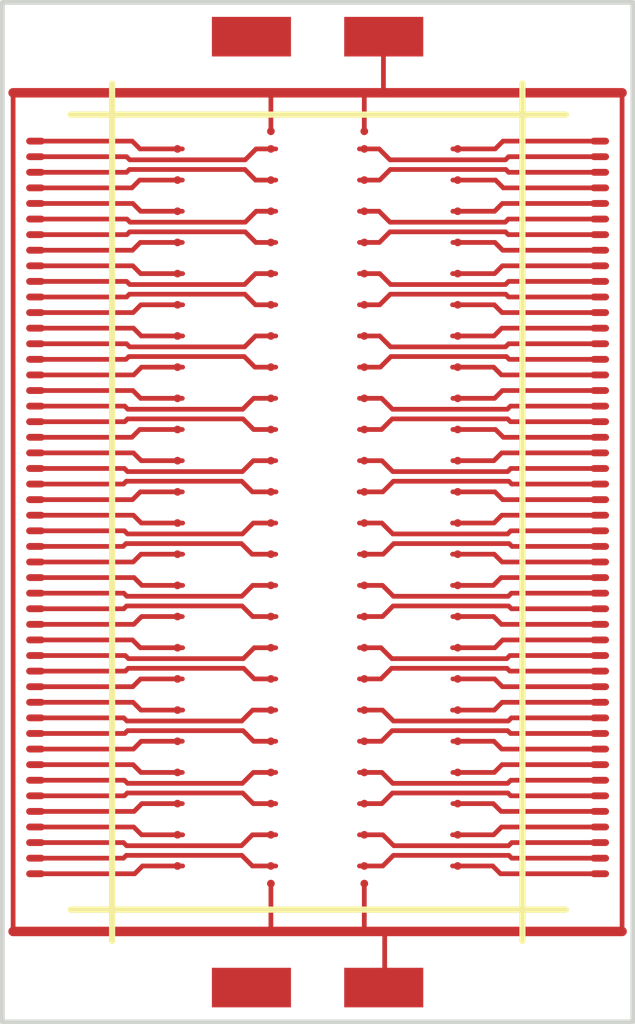
<source format=kicad_pcb>
(kicad_pcb (version 20171130) (host pcbnew "(5.1.6)-1")

  (general
    (thickness 1.6)
    (drawings 12)
    (tracks 394)
    (zones 0)
    (modules 5)
    (nets 5)
  )

  (page A4)
  (layers
    (0 Top signal)
    (1 Route2 signal)
    (2 Route3 signal)
    (3 Route4 signal)
    (4 Route5 signal)
    (5 Route6 signal)
    (6 Route7 signal)
    (7 Route8 signal)
    (8 Route9 signal)
    (9 Route10 signal)
    (10 Route11 signal)
    (11 Route12 signal)
    (12 Route13 signal)
    (13 Route14 signal)
    (14 Route15 signal)
    (31 Bottom signal)
    (32 B.Adhes user)
    (33 F.Adhes user)
    (34 B.Paste user)
    (35 F.Paste user)
    (36 B.SilkS user)
    (37 F.SilkS user)
    (38 B.Mask user)
    (39 F.Mask user)
    (40 Dwgs.User user)
    (41 Cmts.User user)
    (42 Eco1.User user)
    (43 Eco2.User user)
    (44 Edge.Cuts user)
    (45 Margin user)
    (46 B.CrtYd user)
    (47 F.CrtYd user)
    (48 B.Fab user)
    (49 F.Fab user)
  )

  (setup
    (last_trace_width 0.25)
    (trace_clearance 0.1524)
    (zone_clearance 0.508)
    (zone_45_only no)
    (trace_min 0.1524)
    (via_size 0.8)
    (via_drill 0.4)
    (via_min_size 0.4)
    (via_min_drill 0.3)
    (uvia_size 0.3)
    (uvia_drill 0.1)
    (uvias_allowed no)
    (uvia_min_size 0.2)
    (uvia_min_drill 0.1)
    (edge_width 0.05)
    (segment_width 0.2)
    (pcb_text_width 0.3)
    (pcb_text_size 1.5 1.5)
    (mod_edge_width 0.12)
    (mod_text_size 1 1)
    (mod_text_width 0.15)
    (pad_size 1.524 1.524)
    (pad_drill 0.762)
    (pad_to_mask_clearance 0.05)
    (aux_axis_origin 0 0)
    (visible_elements FFFFFF7F)
    (pcbplotparams
      (layerselection 0x010fc_ffffffff)
      (usegerberextensions false)
      (usegerberattributes true)
      (usegerberadvancedattributes true)
      (creategerberjobfile true)
      (excludeedgelayer true)
      (linewidth 0.100000)
      (plotframeref false)
      (viasonmask false)
      (mode 1)
      (useauxorigin false)
      (hpglpennumber 1)
      (hpglpenspeed 20)
      (hpglpendiameter 15.000000)
      (psnegative false)
      (psa4output false)
      (plotreference true)
      (plotvalue true)
      (plotinvisibletext false)
      (padsonsilk false)
      (subtractmaskfromsilk false)
      (outputformat 1)
      (mirror false)
      (drillshape 1)
      (scaleselection 1)
      (outputdirectory ""))
  )

  (net 0 "")
  (net 1 "Net-(PAD1-Pad1)")
  (net 2 "Net-(PAD2-Pad1)")
  (net 3 "Net-(PAD3-Pad1)")
  (net 4 "Net-(PAD4-Pad1)")

  (net_class Default "This is the default net class."
    (clearance 0.1524)
    (trace_width 0.25)
    (via_dia 0.8)
    (via_drill 0.4)
    (uvia_dia 0.3)
    (uvia_drill 0.1)
    (add_net "Net-(PAD1-Pad1)")
    (add_net "Net-(PAD2-Pad1)")
    (add_net "Net-(PAD3-Pad1)")
    (add_net "Net-(PAD4-Pad1)")
  )

  (module HPK_asic_4x24_wider:ETROC16X16 (layer Top) (tedit 0) (tstamp 5F404A6F)
    (at 140.3711 118.9536)
    (path /08C60CB3)
    (fp_text reference ROC1 (at 0 0) (layer F.SilkS) hide
      (effects (font (size 1.27 1.27) (thickness 0.15)))
    )
    (fp_text value ETROC16X16 (at 0 0) (layer F.SilkS) hide
      (effects (font (size 1.27 1.27) (thickness 0.15)))
    )
    (pad BB_9_23 smd roundrect (at 12.63 -2.6) (size 0.25 0.25) (layers Top F.Paste F.Mask) (roundrect_rratio 0.5)
      (solder_mask_margin 0.0635))
    (pad BB_9_22 smd roundrect (at 12.63 -3.6) (size 0.25 0.25) (layers Top F.Paste F.Mask) (roundrect_rratio 0.5)
      (solder_mask_margin 0.0635))
    (pad BB_9_21 smd roundrect (at 12.63 -4.6) (size 0.25 0.25) (layers Top F.Paste F.Mask) (roundrect_rratio 0.5)
      (solder_mask_margin 0.0635))
    (pad BB_9_20 smd roundrect (at 12.63 -5.6) (size 0.25 0.25) (layers Top F.Paste F.Mask) (roundrect_rratio 0.5)
      (solder_mask_margin 0.0635))
    (pad BB_9_19 smd roundrect (at 12.63 -6.6) (size 0.25 0.25) (layers Top F.Paste F.Mask) (roundrect_rratio 0.5)
      (solder_mask_margin 0.0635))
    (pad BB_9_18 smd roundrect (at 12.63 -7.6) (size 0.25 0.25) (layers Top F.Paste F.Mask) (roundrect_rratio 0.5)
      (solder_mask_margin 0.0635))
    (pad BB_9_17 smd roundrect (at 12.63 -8.6) (size 0.25 0.25) (layers Top F.Paste F.Mask) (roundrect_rratio 0.5)
      (solder_mask_margin 0.0635))
    (pad BB_9_16 smd roundrect (at 12.63 -9.6) (size 0.25 0.25) (layers Top F.Paste F.Mask) (roundrect_rratio 0.5)
      (solder_mask_margin 0.0635))
    (pad BB_9_15 smd roundrect (at 12.63 -10.6) (size 0.25 0.25) (layers Top F.Paste F.Mask) (roundrect_rratio 0.5)
      (solder_mask_margin 0.0635))
    (pad BB_9_14 smd roundrect (at 12.63 -11.6) (size 0.25 0.25) (layers Top F.Paste F.Mask) (roundrect_rratio 0.5)
      (solder_mask_margin 0.0635))
    (pad BB_9_13 smd roundrect (at 12.63 -12.6) (size 0.25 0.25) (layers Top F.Paste F.Mask) (roundrect_rratio 0.5)
      (solder_mask_margin 0.0635))
    (pad BB_9_12 smd roundrect (at 12.63 -13.6) (size 0.25 0.25) (layers Top F.Paste F.Mask) (roundrect_rratio 0.5)
      (solder_mask_margin 0.0635))
    (pad BB_9_11 smd roundrect (at 12.63 -14.6) (size 0.25 0.25) (layers Top F.Paste F.Mask) (roundrect_rratio 0.5)
      (solder_mask_margin 0.0635))
    (pad BB_9_10 smd roundrect (at 12.63 -15.6) (size 0.25 0.25) (layers Top F.Paste F.Mask) (roundrect_rratio 0.5)
      (solder_mask_margin 0.0635))
    (pad BB_9_9 smd roundrect (at 12.63 -16.6) (size 0.25 0.25) (layers Top F.Paste F.Mask) (roundrect_rratio 0.5)
      (solder_mask_margin 0.0635))
    (pad BB_9_8 smd roundrect (at 12.63 -17.6) (size 0.25 0.25) (layers Top F.Paste F.Mask) (roundrect_rratio 0.5)
      (solder_mask_margin 0.0635))
    (pad BB_9_7 smd roundrect (at 12.63 -18.6) (size 0.25 0.25) (layers Top F.Paste F.Mask) (roundrect_rratio 0.5)
      (solder_mask_margin 0.0635))
    (pad BB_9_6 smd roundrect (at 12.63 -19.6) (size 0.25 0.25) (layers Top F.Paste F.Mask) (roundrect_rratio 0.5)
      (solder_mask_margin 0.0635))
    (pad BB_9_5 smd roundrect (at 12.63 -20.6) (size 0.25 0.25) (layers Top F.Paste F.Mask) (roundrect_rratio 0.5)
      (solder_mask_margin 0.0635))
    (pad BB_9_4 smd roundrect (at 12.63 -21.6) (size 0.25 0.25) (layers Top F.Paste F.Mask) (roundrect_rratio 0.5)
      (solder_mask_margin 0.0635))
    (pad BB_9_3 smd roundrect (at 12.63 -22.6) (size 0.25 0.25) (layers Top F.Paste F.Mask) (roundrect_rratio 0.5)
      (solder_mask_margin 0.0635))
    (pad BB_9_2 smd roundrect (at 12.63 -23.6) (size 0.25 0.25) (layers Top F.Paste F.Mask) (roundrect_rratio 0.5)
      (solder_mask_margin 0.0635))
    (pad BB_9_1 smd roundrect (at 12.63 -24.6) (size 0.25 0.25) (layers Top F.Paste F.Mask) (roundrect_rratio 0.5)
      (solder_mask_margin 0.0635))
    (pad BB_9_0 smd roundrect (at 12.63 -25.6) (size 0.25 0.25) (layers Top F.Paste F.Mask) (roundrect_rratio 0.5)
      (solder_mask_margin 0.0635))
    (pad BB_8_23 smd roundrect (at 9.63 -2.6) (size 0.25 0.25) (layers Top F.Paste F.Mask) (roundrect_rratio 0.5)
      (solder_mask_margin 0.0635))
    (pad BB_8_22 smd roundrect (at 9.63 -3.6) (size 0.25 0.25) (layers Top F.Paste F.Mask) (roundrect_rratio 0.5)
      (solder_mask_margin 0.0635))
    (pad BB_8_21 smd roundrect (at 9.63 -4.6) (size 0.25 0.25) (layers Top F.Paste F.Mask) (roundrect_rratio 0.5)
      (solder_mask_margin 0.0635))
    (pad BB_8_20 smd roundrect (at 9.63 -5.6) (size 0.25 0.25) (layers Top F.Paste F.Mask) (roundrect_rratio 0.5)
      (solder_mask_margin 0.0635))
    (pad BB_8_19 smd roundrect (at 9.63 -6.6) (size 0.25 0.25) (layers Top F.Paste F.Mask) (roundrect_rratio 0.5)
      (solder_mask_margin 0.0635))
    (pad BB_8_18 smd roundrect (at 9.63 -7.6) (size 0.25 0.25) (layers Top F.Paste F.Mask) (roundrect_rratio 0.5)
      (solder_mask_margin 0.0635))
    (pad BB_8_17 smd roundrect (at 9.63 -8.6) (size 0.25 0.25) (layers Top F.Paste F.Mask) (roundrect_rratio 0.5)
      (solder_mask_margin 0.0635))
    (pad BB_8_16 smd roundrect (at 9.63 -9.6) (size 0.25 0.25) (layers Top F.Paste F.Mask) (roundrect_rratio 0.5)
      (solder_mask_margin 0.0635))
    (pad BB_8_15 smd roundrect (at 9.63 -10.6) (size 0.25 0.25) (layers Top F.Paste F.Mask) (roundrect_rratio 0.5)
      (solder_mask_margin 0.0635))
    (pad BB_8_14 smd roundrect (at 9.63 -11.6) (size 0.25 0.25) (layers Top F.Paste F.Mask) (roundrect_rratio 0.5)
      (solder_mask_margin 0.0635))
    (pad BB_8_13 smd roundrect (at 9.63 -12.6) (size 0.25 0.25) (layers Top F.Paste F.Mask) (roundrect_rratio 0.5)
      (solder_mask_margin 0.0635))
    (pad BB_8_12 smd roundrect (at 9.63 -13.6) (size 0.25 0.25) (layers Top F.Paste F.Mask) (roundrect_rratio 0.5)
      (solder_mask_margin 0.0635))
    (pad BB_8_11 smd roundrect (at 9.63 -14.6) (size 0.25 0.25) (layers Top F.Paste F.Mask) (roundrect_rratio 0.5)
      (solder_mask_margin 0.0635))
    (pad BB_8_10 smd roundrect (at 9.63 -15.6) (size 0.25 0.25) (layers Top F.Paste F.Mask) (roundrect_rratio 0.5)
      (solder_mask_margin 0.0635))
    (pad BB_8_9 smd roundrect (at 9.63 -16.6) (size 0.25 0.25) (layers Top F.Paste F.Mask) (roundrect_rratio 0.5)
      (solder_mask_margin 0.0635))
    (pad BB_8_8 smd roundrect (at 9.63 -17.6) (size 0.25 0.25) (layers Top F.Paste F.Mask) (roundrect_rratio 0.5)
      (solder_mask_margin 0.0635))
    (pad BB_8_7 smd roundrect (at 9.63 -18.6) (size 0.25 0.25) (layers Top F.Paste F.Mask) (roundrect_rratio 0.5)
      (solder_mask_margin 0.0635))
    (pad BB_8_6 smd roundrect (at 9.63 -19.6) (size 0.25 0.25) (layers Top F.Paste F.Mask) (roundrect_rratio 0.5)
      (solder_mask_margin 0.0635))
    (pad BB_8_5 smd roundrect (at 9.63 -20.6) (size 0.25 0.25) (layers Top F.Paste F.Mask) (roundrect_rratio 0.5)
      (solder_mask_margin 0.0635))
    (pad BB_8_4 smd roundrect (at 9.63 -21.6) (size 0.25 0.25) (layers Top F.Paste F.Mask) (roundrect_rratio 0.5)
      (solder_mask_margin 0.0635))
    (pad BB_8_3 smd roundrect (at 9.63 -22.6) (size 0.25 0.25) (layers Top F.Paste F.Mask) (roundrect_rratio 0.5)
      (solder_mask_margin 0.0635))
    (pad BB_8_2 smd roundrect (at 9.63 -23.6) (size 0.25 0.25) (layers Top F.Paste F.Mask) (roundrect_rratio 0.5)
      (solder_mask_margin 0.0635))
    (pad BB_8_1 smd roundrect (at 9.63 -24.6) (size 0.25 0.25) (layers Top F.Paste F.Mask) (roundrect_rratio 0.5)
      (solder_mask_margin 0.0635))
    (pad BB_8_0 smd roundrect (at 9.63 -25.6) (size 0.25 0.25) (layers Top F.Paste F.Mask) (roundrect_rratio 0.5)
      (solder_mask_margin 0.0635))
    (pad BB_7_23 smd roundrect (at 6.63 -2.6) (size 0.25 0.25) (layers Top F.Paste F.Mask) (roundrect_rratio 0.5)
      (solder_mask_margin 0.0635))
    (pad BB_7_22 smd roundrect (at 6.63 -3.6) (size 0.25 0.25) (layers Top F.Paste F.Mask) (roundrect_rratio 0.5)
      (solder_mask_margin 0.0635))
    (pad BB_7_21 smd roundrect (at 6.63 -4.6) (size 0.25 0.25) (layers Top F.Paste F.Mask) (roundrect_rratio 0.5)
      (solder_mask_margin 0.0635))
    (pad BB_7_20 smd roundrect (at 6.63 -5.6) (size 0.25 0.25) (layers Top F.Paste F.Mask) (roundrect_rratio 0.5)
      (solder_mask_margin 0.0635))
    (pad BB_7_19 smd roundrect (at 6.63 -6.6) (size 0.25 0.25) (layers Top F.Paste F.Mask) (roundrect_rratio 0.5)
      (solder_mask_margin 0.0635))
    (pad BB_7_18 smd roundrect (at 6.63 -7.6) (size 0.25 0.25) (layers Top F.Paste F.Mask) (roundrect_rratio 0.5)
      (solder_mask_margin 0.0635))
    (pad BB_7_17 smd roundrect (at 6.63 -8.6) (size 0.25 0.25) (layers Top F.Paste F.Mask) (roundrect_rratio 0.5)
      (solder_mask_margin 0.0635))
    (pad BB_7_16 smd roundrect (at 6.63 -9.6) (size 0.25 0.25) (layers Top F.Paste F.Mask) (roundrect_rratio 0.5)
      (solder_mask_margin 0.0635))
    (pad BB_7_15 smd roundrect (at 6.63 -10.6) (size 0.25 0.25) (layers Top F.Paste F.Mask) (roundrect_rratio 0.5)
      (solder_mask_margin 0.0635))
    (pad BB_7_14 smd roundrect (at 6.63 -11.6) (size 0.25 0.25) (layers Top F.Paste F.Mask) (roundrect_rratio 0.5)
      (solder_mask_margin 0.0635))
    (pad BB_7_13 smd roundrect (at 6.63 -12.6) (size 0.25 0.25) (layers Top F.Paste F.Mask) (roundrect_rratio 0.5)
      (solder_mask_margin 0.0635))
    (pad BB_7_12 smd roundrect (at 6.63 -13.6) (size 0.25 0.25) (layers Top F.Paste F.Mask) (roundrect_rratio 0.5)
      (solder_mask_margin 0.0635))
    (pad BB_7_11 smd roundrect (at 6.63 -14.6) (size 0.25 0.25) (layers Top F.Paste F.Mask) (roundrect_rratio 0.5)
      (solder_mask_margin 0.0635))
    (pad BB_7_10 smd roundrect (at 6.63 -15.6) (size 0.25 0.25) (layers Top F.Paste F.Mask) (roundrect_rratio 0.5)
      (solder_mask_margin 0.0635))
    (pad BB_7_9 smd roundrect (at 6.63 -16.6) (size 0.25 0.25) (layers Top F.Paste F.Mask) (roundrect_rratio 0.5)
      (solder_mask_margin 0.0635))
    (pad BB_7_8 smd roundrect (at 6.63 -17.6) (size 0.25 0.25) (layers Top F.Paste F.Mask) (roundrect_rratio 0.5)
      (solder_mask_margin 0.0635))
    (pad BB_7_7 smd roundrect (at 6.63 -18.6) (size 0.25 0.25) (layers Top F.Paste F.Mask) (roundrect_rratio 0.5)
      (solder_mask_margin 0.0635))
    (pad BB_7_6 smd roundrect (at 6.63 -19.6) (size 0.25 0.25) (layers Top F.Paste F.Mask) (roundrect_rratio 0.5)
      (solder_mask_margin 0.0635))
    (pad BB_7_5 smd roundrect (at 6.63 -20.6) (size 0.25 0.25) (layers Top F.Paste F.Mask) (roundrect_rratio 0.5)
      (solder_mask_margin 0.0635))
    (pad BB_7_4 smd roundrect (at 6.63 -21.6) (size 0.25 0.25) (layers Top F.Paste F.Mask) (roundrect_rratio 0.5)
      (solder_mask_margin 0.0635))
    (pad BB_7_3 smd roundrect (at 6.63 -22.6) (size 0.25 0.25) (layers Top F.Paste F.Mask) (roundrect_rratio 0.5)
      (solder_mask_margin 0.0635))
    (pad BB_7_2 smd roundrect (at 6.63 -23.6) (size 0.25 0.25) (layers Top F.Paste F.Mask) (roundrect_rratio 0.5)
      (solder_mask_margin 0.0635))
    (pad BB_7_1 smd roundrect (at 6.63 -24.6) (size 0.25 0.25) (layers Top F.Paste F.Mask) (roundrect_rratio 0.5)
      (solder_mask_margin 0.0635))
    (pad BB_7_0 smd roundrect (at 6.63 -25.6) (size 0.25 0.25) (layers Top F.Paste F.Mask) (roundrect_rratio 0.5)
      (solder_mask_margin 0.0635))
    (pad BB_6_23 smd roundrect (at 3.63 -2.6) (size 0.25 0.25) (layers Top F.Paste F.Mask) (roundrect_rratio 0.5)
      (solder_mask_margin 0.0635))
    (pad BB_6_22 smd roundrect (at 3.63 -3.6) (size 0.25 0.25) (layers Top F.Paste F.Mask) (roundrect_rratio 0.5)
      (solder_mask_margin 0.0635))
    (pad BB_6_21 smd roundrect (at 3.63 -4.6) (size 0.25 0.25) (layers Top F.Paste F.Mask) (roundrect_rratio 0.5)
      (solder_mask_margin 0.0635))
    (pad BB_6_20 smd roundrect (at 3.63 -5.6) (size 0.25 0.25) (layers Top F.Paste F.Mask) (roundrect_rratio 0.5)
      (solder_mask_margin 0.0635))
    (pad BB_6_19 smd roundrect (at 3.63 -6.6) (size 0.25 0.25) (layers Top F.Paste F.Mask) (roundrect_rratio 0.5)
      (solder_mask_margin 0.0635))
    (pad BB_6_18 smd roundrect (at 3.63 -7.6) (size 0.25 0.25) (layers Top F.Paste F.Mask) (roundrect_rratio 0.5)
      (solder_mask_margin 0.0635))
    (pad BB_6_17 smd roundrect (at 3.63 -8.6) (size 0.25 0.25) (layers Top F.Paste F.Mask) (roundrect_rratio 0.5)
      (solder_mask_margin 0.0635))
    (pad BB_6_16 smd roundrect (at 3.63 -9.6) (size 0.25 0.25) (layers Top F.Paste F.Mask) (roundrect_rratio 0.5)
      (solder_mask_margin 0.0635))
    (pad BB_6_15 smd roundrect (at 3.63 -10.6) (size 0.25 0.25) (layers Top F.Paste F.Mask) (roundrect_rratio 0.5)
      (solder_mask_margin 0.0635))
    (pad BB_6_14 smd roundrect (at 3.63 -11.6) (size 0.25 0.25) (layers Top F.Paste F.Mask) (roundrect_rratio 0.5)
      (solder_mask_margin 0.0635))
    (pad BB_6_13 smd roundrect (at 3.63 -12.6) (size 0.25 0.25) (layers Top F.Paste F.Mask) (roundrect_rratio 0.5)
      (solder_mask_margin 0.0635))
    (pad BB_6_12 smd roundrect (at 3.63 -13.6) (size 0.25 0.25) (layers Top F.Paste F.Mask) (roundrect_rratio 0.5)
      (solder_mask_margin 0.0635))
    (pad BB_6_11 smd roundrect (at 3.63 -14.6) (size 0.25 0.25) (layers Top F.Paste F.Mask) (roundrect_rratio 0.5)
      (solder_mask_margin 0.0635))
    (pad BB_6_10 smd roundrect (at 3.63 -15.6) (size 0.25 0.25) (layers Top F.Paste F.Mask) (roundrect_rratio 0.5)
      (solder_mask_margin 0.0635))
    (pad BB_6_9 smd roundrect (at 3.63 -16.6) (size 0.25 0.25) (layers Top F.Paste F.Mask) (roundrect_rratio 0.5)
      (solder_mask_margin 0.0635))
    (pad BB_6_8 smd roundrect (at 3.63 -17.6) (size 0.25 0.25) (layers Top F.Paste F.Mask) (roundrect_rratio 0.5)
      (solder_mask_margin 0.0635))
    (pad BB_6_7 smd roundrect (at 3.63 -18.6) (size 0.25 0.25) (layers Top F.Paste F.Mask) (roundrect_rratio 0.5)
      (solder_mask_margin 0.0635))
    (pad BB_6_6 smd roundrect (at 3.63 -19.6) (size 0.25 0.25) (layers Top F.Paste F.Mask) (roundrect_rratio 0.5)
      (solder_mask_margin 0.0635))
    (pad BB_6_5 smd roundrect (at 3.63 -20.6) (size 0.25 0.25) (layers Top F.Paste F.Mask) (roundrect_rratio 0.5)
      (solder_mask_margin 0.0635))
    (pad BB_6_4 smd roundrect (at 3.63 -21.6) (size 0.25 0.25) (layers Top F.Paste F.Mask) (roundrect_rratio 0.5)
      (solder_mask_margin 0.0635))
    (pad BB_6_3 smd roundrect (at 3.63 -22.6) (size 0.25 0.25) (layers Top F.Paste F.Mask) (roundrect_rratio 0.5)
      (solder_mask_margin 0.0635))
    (pad BB_6_2 smd roundrect (at 3.63 -23.6) (size 0.25 0.25) (layers Top F.Paste F.Mask) (roundrect_rratio 0.5)
      (solder_mask_margin 0.0635))
    (pad BB_6_1 smd roundrect (at 3.63 -24.6) (size 0.25 0.25) (layers Top F.Paste F.Mask) (roundrect_rratio 0.5)
      (solder_mask_margin 0.0635))
    (pad BB_6_0 smd roundrect (at 3.63 -25.6) (size 0.25 0.25) (layers Top F.Paste F.Mask) (roundrect_rratio 0.5)
      (solder_mask_margin 0.0635))
    (pad WB_5_98 smd roundrect (at 17.192 -2.35) (size 0.6 0.22) (layers Top F.Paste F.Mask) (roundrect_rratio 0.5)
      (solder_mask_margin 0.0635))
    (pad WB_5_97 smd roundrect (at 17.192 -2.85) (size 0.6 0.22) (layers Top F.Paste F.Mask) (roundrect_rratio 0.5)
      (solder_mask_margin 0.0635))
    (pad WB_5_96 smd roundrect (at 17.192 -3.35) (size 0.6 0.22) (layers Top F.Paste F.Mask) (roundrect_rratio 0.5)
      (solder_mask_margin 0.0635))
    (pad WB_5_95 smd roundrect (at 17.192 -3.85) (size 0.6 0.22) (layers Top F.Paste F.Mask) (roundrect_rratio 0.5)
      (solder_mask_margin 0.0635))
    (pad WB_5_94 smd roundrect (at 17.192 -4.35) (size 0.6 0.22) (layers Top F.Paste F.Mask) (roundrect_rratio 0.5)
      (solder_mask_margin 0.0635))
    (pad WB_5_93 smd roundrect (at 17.192 -4.85) (size 0.6 0.22) (layers Top F.Paste F.Mask) (roundrect_rratio 0.5)
      (solder_mask_margin 0.0635))
    (pad WB_5_92 smd roundrect (at 17.192 -5.35) (size 0.6 0.22) (layers Top F.Paste F.Mask) (roundrect_rratio 0.5)
      (solder_mask_margin 0.0635))
    (pad WB_5_91 smd roundrect (at 17.192 -5.85) (size 0.6 0.22) (layers Top F.Paste F.Mask) (roundrect_rratio 0.5)
      (solder_mask_margin 0.0635))
    (pad WB_5_90 smd roundrect (at 17.192 -6.35) (size 0.6 0.22) (layers Top F.Paste F.Mask) (roundrect_rratio 0.5)
      (solder_mask_margin 0.0635))
    (pad WB_5_89 smd roundrect (at 17.192 -6.85) (size 0.6 0.22) (layers Top F.Paste F.Mask) (roundrect_rratio 0.5)
      (solder_mask_margin 0.0635))
    (pad WB_5_88 smd roundrect (at 17.192 -7.35) (size 0.6 0.22) (layers Top F.Paste F.Mask) (roundrect_rratio 0.5)
      (solder_mask_margin 0.0635))
    (pad WB_5_87 smd roundrect (at 17.192 -7.85) (size 0.6 0.22) (layers Top F.Paste F.Mask) (roundrect_rratio 0.5)
      (solder_mask_margin 0.0635))
    (pad WB_5_86 smd roundrect (at 17.192 -8.35) (size 0.6 0.22) (layers Top F.Paste F.Mask) (roundrect_rratio 0.5)
      (solder_mask_margin 0.0635))
    (pad WB_5_85 smd roundrect (at 17.192 -8.85) (size 0.6 0.22) (layers Top F.Paste F.Mask) (roundrect_rratio 0.5)
      (solder_mask_margin 0.0635))
    (pad WB_5_84 smd roundrect (at 17.192 -9.35) (size 0.6 0.22) (layers Top F.Paste F.Mask) (roundrect_rratio 0.5)
      (solder_mask_margin 0.0635))
    (pad WB_5_83 smd roundrect (at 17.192 -9.85) (size 0.6 0.22) (layers Top F.Paste F.Mask) (roundrect_rratio 0.5)
      (solder_mask_margin 0.0635))
    (pad WB_5_82 smd roundrect (at 17.192 -10.35) (size 0.6 0.22) (layers Top F.Paste F.Mask) (roundrect_rratio 0.5)
      (solder_mask_margin 0.0635))
    (pad WB_5_81 smd roundrect (at 17.192 -10.85) (size 0.6 0.22) (layers Top F.Paste F.Mask) (roundrect_rratio 0.5)
      (solder_mask_margin 0.0635))
    (pad WB_5_80 smd roundrect (at 17.192 -11.35) (size 0.6 0.22) (layers Top F.Paste F.Mask) (roundrect_rratio 0.5)
      (solder_mask_margin 0.0635))
    (pad WB_5_79 smd roundrect (at 17.192 -11.85) (size 0.6 0.22) (layers Top F.Paste F.Mask) (roundrect_rratio 0.5)
      (solder_mask_margin 0.0635))
    (pad WB_5_78 smd roundrect (at 17.192 -12.35) (size 0.6 0.22) (layers Top F.Paste F.Mask) (roundrect_rratio 0.5)
      (solder_mask_margin 0.0635))
    (pad WB_5_77 smd roundrect (at 17.192 -12.85) (size 0.6 0.22) (layers Top F.Paste F.Mask) (roundrect_rratio 0.5)
      (solder_mask_margin 0.0635))
    (pad WB_5_76 smd roundrect (at 17.192 -13.35) (size 0.6 0.22) (layers Top F.Paste F.Mask) (roundrect_rratio 0.5)
      (solder_mask_margin 0.0635))
    (pad WB_5_75 smd roundrect (at 17.192 -13.85) (size 0.6 0.22) (layers Top F.Paste F.Mask) (roundrect_rratio 0.5)
      (solder_mask_margin 0.0635))
    (pad WB_5_74 smd roundrect (at 17.192 -14.35) (size 0.6 0.22) (layers Top F.Paste F.Mask) (roundrect_rratio 0.5)
      (solder_mask_margin 0.0635))
    (pad WB_5_73 smd roundrect (at 17.192 -14.85) (size 0.6 0.22) (layers Top F.Paste F.Mask) (roundrect_rratio 0.5)
      (solder_mask_margin 0.0635))
    (pad WB_5_72 smd roundrect (at 17.192 -15.35) (size 0.6 0.22) (layers Top F.Paste F.Mask) (roundrect_rratio 0.5)
      (solder_mask_margin 0.0635))
    (pad WB_5_71 smd roundrect (at 17.192 -15.85) (size 0.6 0.22) (layers Top F.Paste F.Mask) (roundrect_rratio 0.5)
      (solder_mask_margin 0.0635))
    (pad WB_5_70 smd roundrect (at 17.192 -16.35) (size 0.6 0.22) (layers Top F.Paste F.Mask) (roundrect_rratio 0.5)
      (solder_mask_margin 0.0635))
    (pad WB_5_69 smd roundrect (at 17.192 -16.85) (size 0.6 0.22) (layers Top F.Paste F.Mask) (roundrect_rratio 0.5)
      (solder_mask_margin 0.0635))
    (pad WB_5_68 smd roundrect (at 17.192 -17.35) (size 0.6 0.22) (layers Top F.Paste F.Mask) (roundrect_rratio 0.5)
      (solder_mask_margin 0.0635))
    (pad WB_5_67 smd roundrect (at 17.192 -17.85) (size 0.6 0.22) (layers Top F.Paste F.Mask) (roundrect_rratio 0.5)
      (solder_mask_margin 0.0635))
    (pad WB_5_66 smd roundrect (at 17.192 -18.35) (size 0.6 0.22) (layers Top F.Paste F.Mask) (roundrect_rratio 0.5)
      (solder_mask_margin 0.0635))
    (pad WB_5_65 smd roundrect (at 17.192 -18.85) (size 0.6 0.22) (layers Top F.Paste F.Mask) (roundrect_rratio 0.5)
      (solder_mask_margin 0.0635))
    (pad WB_5_64 smd roundrect (at 17.192 -19.35) (size 0.6 0.22) (layers Top F.Paste F.Mask) (roundrect_rratio 0.5)
      (solder_mask_margin 0.0635))
    (pad WB_5_63 smd roundrect (at 17.192 -19.85) (size 0.6 0.22) (layers Top F.Paste F.Mask) (roundrect_rratio 0.5)
      (solder_mask_margin 0.0635))
    (pad WB_5_62 smd roundrect (at 17.192 -20.35) (size 0.6 0.22) (layers Top F.Paste F.Mask) (roundrect_rratio 0.5)
      (solder_mask_margin 0.0635))
    (pad WB_5_61 smd roundrect (at 17.192 -20.85) (size 0.6 0.22) (layers Top F.Paste F.Mask) (roundrect_rratio 0.5)
      (solder_mask_margin 0.0635))
    (pad WB_5_60 smd roundrect (at 17.192 -21.35) (size 0.6 0.22) (layers Top F.Paste F.Mask) (roundrect_rratio 0.5)
      (solder_mask_margin 0.0635))
    (pad WB_5_59 smd roundrect (at 17.192 -21.85) (size 0.6 0.22) (layers Top F.Paste F.Mask) (roundrect_rratio 0.5)
      (solder_mask_margin 0.0635))
    (pad WB_5_58 smd roundrect (at 17.192 -22.35) (size 0.6 0.22) (layers Top F.Paste F.Mask) (roundrect_rratio 0.5)
      (solder_mask_margin 0.0635))
    (pad WB_5_57 smd roundrect (at 17.192 -22.85) (size 0.6 0.22) (layers Top F.Paste F.Mask) (roundrect_rratio 0.5)
      (solder_mask_margin 0.0635))
    (pad WB_5_56 smd roundrect (at 17.192 -23.35) (size 0.6 0.22) (layers Top F.Paste F.Mask) (roundrect_rratio 0.5)
      (solder_mask_margin 0.0635))
    (pad WB_5_55 smd roundrect (at 17.192 -23.85) (size 0.6 0.22) (layers Top F.Paste F.Mask) (roundrect_rratio 0.5)
      (solder_mask_margin 0.0635))
    (pad WB_5_54 smd roundrect (at 17.192 -24.35) (size 0.6 0.22) (layers Top F.Paste F.Mask) (roundrect_rratio 0.5)
      (solder_mask_margin 0.0635))
    (pad WB_5_53 smd roundrect (at 17.192 -24.85) (size 0.6 0.22) (layers Top F.Paste F.Mask) (roundrect_rratio 0.5)
      (solder_mask_margin 0.0635))
    (pad WB_5_52 smd roundrect (at 17.192 -25.35) (size 0.6 0.22) (layers Top F.Paste F.Mask) (roundrect_rratio 0.5)
      (solder_mask_margin 0.0635))
    (pad WB_5_51 smd roundrect (at 17.192 -25.85) (size 0.6 0.22) (layers Top F.Paste F.Mask) (roundrect_rratio 0.5)
      (solder_mask_margin 0.0635))
    (pad WB_5_48 smd roundrect (at -0.932 -2.35) (size 0.6 0.22) (layers Top F.Paste F.Mask) (roundrect_rratio 0.5)
      (solder_mask_margin 0.0635))
    (pad WB_5_47 smd roundrect (at -0.932 -2.85) (size 0.6 0.22) (layers Top F.Paste F.Mask) (roundrect_rratio 0.5)
      (solder_mask_margin 0.0635))
    (pad WB_5_46 smd roundrect (at -0.932 -3.35) (size 0.6 0.22) (layers Top F.Paste F.Mask) (roundrect_rratio 0.5)
      (solder_mask_margin 0.0635))
    (pad WB_5_45 smd roundrect (at -0.932 -3.85) (size 0.6 0.22) (layers Top F.Paste F.Mask) (roundrect_rratio 0.5)
      (solder_mask_margin 0.0635))
    (pad WB_5_44 smd roundrect (at -0.932 -4.35) (size 0.6 0.22) (layers Top F.Paste F.Mask) (roundrect_rratio 0.5)
      (solder_mask_margin 0.0635))
    (pad WB_5_43 smd roundrect (at -0.932 -4.85) (size 0.6 0.22) (layers Top F.Paste F.Mask) (roundrect_rratio 0.5)
      (solder_mask_margin 0.0635))
    (pad WB_5_42 smd roundrect (at -0.932 -5.35) (size 0.6 0.22) (layers Top F.Paste F.Mask) (roundrect_rratio 0.5)
      (solder_mask_margin 0.0635))
    (pad WB_5_41 smd roundrect (at -0.932 -5.85) (size 0.6 0.22) (layers Top F.Paste F.Mask) (roundrect_rratio 0.5)
      (solder_mask_margin 0.0635))
    (pad WB_5_40 smd roundrect (at -0.932 -6.35) (size 0.6 0.22) (layers Top F.Paste F.Mask) (roundrect_rratio 0.5)
      (solder_mask_margin 0.0635))
    (pad WB_5_39 smd roundrect (at -0.932 -6.85) (size 0.6 0.22) (layers Top F.Paste F.Mask) (roundrect_rratio 0.5)
      (solder_mask_margin 0.0635))
    (pad WB_5_38 smd roundrect (at -0.932 -7.35) (size 0.6 0.22) (layers Top F.Paste F.Mask) (roundrect_rratio 0.5)
      (solder_mask_margin 0.0635))
    (pad WB_5_37 smd roundrect (at -0.932 -7.85) (size 0.6 0.22) (layers Top F.Paste F.Mask) (roundrect_rratio 0.5)
      (solder_mask_margin 0.0635))
    (pad WB_5_36 smd roundrect (at -0.932 -8.35) (size 0.6 0.22) (layers Top F.Paste F.Mask) (roundrect_rratio 0.5)
      (solder_mask_margin 0.0635))
    (pad WB_5_35 smd roundrect (at -0.932 -8.85) (size 0.6 0.22) (layers Top F.Paste F.Mask) (roundrect_rratio 0.5)
      (solder_mask_margin 0.0635))
    (pad WB_5_34 smd roundrect (at -0.932 -9.35) (size 0.6 0.22) (layers Top F.Paste F.Mask) (roundrect_rratio 0.5)
      (solder_mask_margin 0.0635))
    (pad WB_5_33 smd roundrect (at -0.932 -9.85) (size 0.6 0.22) (layers Top F.Paste F.Mask) (roundrect_rratio 0.5)
      (solder_mask_margin 0.0635))
    (pad WB_5_32 smd roundrect (at -0.932 -10.35) (size 0.6 0.22) (layers Top F.Paste F.Mask) (roundrect_rratio 0.5)
      (solder_mask_margin 0.0635))
    (pad WB_5_31 smd roundrect (at -0.932 -10.85) (size 0.6 0.22) (layers Top F.Paste F.Mask) (roundrect_rratio 0.5)
      (solder_mask_margin 0.0635))
    (pad WB_5_30 smd roundrect (at -0.932 -11.35) (size 0.6 0.22) (layers Top F.Paste F.Mask) (roundrect_rratio 0.5)
      (solder_mask_margin 0.0635))
    (pad WB_5_29 smd roundrect (at -0.932 -11.85) (size 0.6 0.22) (layers Top F.Paste F.Mask) (roundrect_rratio 0.5)
      (solder_mask_margin 0.0635))
    (pad WB_5_28 smd roundrect (at -0.932 -12.35) (size 0.6 0.22) (layers Top F.Paste F.Mask) (roundrect_rratio 0.5)
      (solder_mask_margin 0.0635))
    (pad WB_5_27 smd roundrect (at -0.932 -12.85) (size 0.6 0.22) (layers Top F.Paste F.Mask) (roundrect_rratio 0.5)
      (solder_mask_margin 0.0635))
    (pad WB_5_26 smd roundrect (at -0.932 -13.35) (size 0.6 0.22) (layers Top F.Paste F.Mask) (roundrect_rratio 0.5)
      (solder_mask_margin 0.0635))
    (pad WB_5_25 smd roundrect (at -0.932 -13.85) (size 0.6 0.22) (layers Top F.Paste F.Mask) (roundrect_rratio 0.5)
      (solder_mask_margin 0.0635))
    (pad WB_5_24 smd roundrect (at -0.932 -14.35) (size 0.6 0.22) (layers Top F.Paste F.Mask) (roundrect_rratio 0.5)
      (solder_mask_margin 0.0635))
    (pad WB_5_23 smd roundrect (at -0.932 -14.85) (size 0.6 0.22) (layers Top F.Paste F.Mask) (roundrect_rratio 0.5)
      (solder_mask_margin 0.0635))
    (pad WB_5_22 smd roundrect (at -0.932 -15.35) (size 0.6 0.22) (layers Top F.Paste F.Mask) (roundrect_rratio 0.5)
      (solder_mask_margin 0.0635))
    (pad WB_5_21 smd roundrect (at -0.932 -15.85) (size 0.6 0.22) (layers Top F.Paste F.Mask) (roundrect_rratio 0.5)
      (solder_mask_margin 0.0635))
    (pad WB_5_20 smd roundrect (at -0.932 -16.35) (size 0.6 0.22) (layers Top F.Paste F.Mask) (roundrect_rratio 0.5)
      (solder_mask_margin 0.0635))
    (pad WB_5_19 smd roundrect (at -0.932 -16.85) (size 0.6 0.22) (layers Top F.Paste F.Mask) (roundrect_rratio 0.5)
      (solder_mask_margin 0.0635))
    (pad WB_5_18 smd roundrect (at -0.932 -17.35) (size 0.6 0.22) (layers Top F.Paste F.Mask) (roundrect_rratio 0.5)
      (solder_mask_margin 0.0635))
    (pad WB_5_17 smd roundrect (at -0.932 -17.85) (size 0.6 0.22) (layers Top F.Paste F.Mask) (roundrect_rratio 0.5)
      (solder_mask_margin 0.0635))
    (pad WB_5_16 smd roundrect (at -0.932 -18.35) (size 0.6 0.22) (layers Top F.Paste F.Mask) (roundrect_rratio 0.5)
      (solder_mask_margin 0.0635))
    (pad WB_5_15 smd roundrect (at -0.932 -18.85) (size 0.6 0.22) (layers Top F.Paste F.Mask) (roundrect_rratio 0.5)
      (solder_mask_margin 0.0635))
    (pad WB_5_14 smd roundrect (at -0.932 -19.35) (size 0.6 0.22) (layers Top F.Paste F.Mask) (roundrect_rratio 0.5)
      (solder_mask_margin 0.0635))
    (pad WB_5_13 smd roundrect (at -0.932 -19.85) (size 0.6 0.22) (layers Top F.Paste F.Mask) (roundrect_rratio 0.5)
      (solder_mask_margin 0.0635))
    (pad WB_5_12 smd roundrect (at -0.932 -20.35) (size 0.6 0.22) (layers Top F.Paste F.Mask) (roundrect_rratio 0.5)
      (solder_mask_margin 0.0635))
    (pad WB_5_11 smd roundrect (at -0.932 -20.85) (size 0.6 0.22) (layers Top F.Paste F.Mask) (roundrect_rratio 0.5)
      (solder_mask_margin 0.0635))
    (pad WB_5_10 smd roundrect (at -0.932 -21.35) (size 0.6 0.22) (layers Top F.Paste F.Mask) (roundrect_rratio 0.5)
      (solder_mask_margin 0.0635))
    (pad WB_5_9 smd roundrect (at -0.932 -21.85) (size 0.6 0.22) (layers Top F.Paste F.Mask) (roundrect_rratio 0.5)
      (solder_mask_margin 0.0635))
    (pad WB_5_8 smd roundrect (at -0.932 -22.35) (size 0.6 0.22) (layers Top F.Paste F.Mask) (roundrect_rratio 0.5)
      (solder_mask_margin 0.0635))
    (pad WB_5_7 smd roundrect (at -0.932 -22.85) (size 0.6 0.22) (layers Top F.Paste F.Mask) (roundrect_rratio 0.5)
      (solder_mask_margin 0.0635))
    (pad WB_5_6 smd roundrect (at -0.932 -23.35) (size 0.6 0.22) (layers Top F.Paste F.Mask) (roundrect_rratio 0.5)
      (solder_mask_margin 0.0635))
    (pad WB_5_5 smd roundrect (at -0.932 -23.85) (size 0.6 0.22) (layers Top F.Paste F.Mask) (roundrect_rratio 0.5)
      (solder_mask_margin 0.0635))
    (pad WB_5_4 smd roundrect (at -0.932 -24.35) (size 0.6 0.22) (layers Top F.Paste F.Mask) (roundrect_rratio 0.5)
      (solder_mask_margin 0.0635))
    (pad WB_5_3 smd roundrect (at -0.932 -24.85) (size 0.6 0.22) (layers Top F.Paste F.Mask) (roundrect_rratio 0.5)
      (solder_mask_margin 0.0635))
    (pad WB_5_2 smd roundrect (at -0.932 -25.35) (size 0.6 0.22) (layers Top F.Paste F.Mask) (roundrect_rratio 0.5)
      (solder_mask_margin 0.0635))
    (pad WB_5_1 smd roundrect (at -0.932 -25.85) (size 0.6 0.22) (layers Top F.Paste F.Mask) (roundrect_rratio 0.5)
      (solder_mask_margin 0.0635))
    (pad BB_4_1 smd roundrect (at 9.63 -2.035) (size 0.25 0.25) (layers Top F.Paste F.Mask) (roundrect_rratio 0.5)
      (solder_mask_margin 0.0635))
    (pad BB_4_0 smd roundrect (at 6.63 -2.035) (size 0.25 0.25) (layers Top F.Paste F.Mask) (roundrect_rratio 0.5)
      (solder_mask_margin 0.0635))
    (pad BB_1_1 smd roundrect (at 9.63 -26.165) (size 0.25 0.25) (layers Top F.Paste F.Mask) (roundrect_rratio 0.5)
      (solder_mask_margin 0.0635))
    (pad BB_1_0 smd roundrect (at 6.63 -26.165) (size 0.25 0.25) (layers Top F.Paste F.Mask) (roundrect_rratio 0.5)
      (solder_mask_margin 0.0635))
  )

  (module HPK_asic_4x24_wider:SMD1,27-2,54 (layer Top) (tedit 0) (tstamp 5F404B36)
    (at 146.3761 120.2536 90)
    (descr "<b>SMD PAD</b>")
    (path /BDB91568)
    (fp_text reference PAD1 (at -0.8 2.4 180) (layer F.SilkS) hide
      (effects (font (size 1.2065 1.2065) (thickness 0.1016)) (justify right top))
    )
    (fp_text value SMD2 (at 0 -0.375 90) (layer F.Fab)
      (effects (font (size 0.02413 0.02413) (thickness 0.00193)) (justify left bottom))
    )
    (pad 1 smd rect (at 0 0 90) (size 1.27 2.54) (layers Top F.Paste F.Mask)
      (net 1 "Net-(PAD1-Pad1)") (solder_mask_margin 0.0635))
  )

  (module HPK_asic_4x24_wider:SMD1,27-2,54 (layer Top) (tedit 0) (tstamp 5F404B3A)
    (at 150.6261 120.2536 90)
    (descr "<b>SMD PAD</b>")
    (path /3C2A47BC)
    (fp_text reference PAD2 (at -0.8 2.4 180) (layer F.SilkS) hide
      (effects (font (size 1.2065 1.2065) (thickness 0.1016)) (justify right top))
    )
    (fp_text value SMD2 (at 0 0 90) (layer F.Fab)
      (effects (font (size 0.02413 0.02413) (thickness 0.00193)) (justify left bottom))
    )
    (pad 1 smd rect (at 0 0 90) (size 1.27 2.54) (layers Top F.Paste F.Mask)
      (net 2 "Net-(PAD2-Pad1)") (solder_mask_margin 0.0635))
  )

  (module HPK_asic_4x24_wider:SMD1,27-2,54 (layer Top) (tedit 0) (tstamp 5F404B3E)
    (at 146.3761 89.7536 90)
    (descr "<b>SMD PAD</b>")
    (path /9A22E34B)
    (fp_text reference PAD3 (at -0.8 2.4 180) (layer F.SilkS) hide
      (effects (font (size 1.2065 1.2065) (thickness 0.1016)) (justify right top))
    )
    (fp_text value SMD2 (at 0 0 90) (layer F.Fab)
      (effects (font (size 0.02413 0.02413) (thickness 0.00193)) (justify left bottom))
    )
    (pad 1 smd rect (at 0 0 90) (size 1.27 2.54) (layers Top F.Paste F.Mask)
      (net 3 "Net-(PAD3-Pad1)") (solder_mask_margin 0.0635))
  )

  (module HPK_asic_4x24_wider:SMD1,27-2,54 (layer Top) (tedit 0) (tstamp 5F404B42)
    (at 150.6261 89.7536 270)
    (descr "<b>SMD PAD</b>")
    (path /2256D15B)
    (fp_text reference PAD4 (at -0.8 2.4) (layer F.SilkS) hide
      (effects (font (size 1.2065 1.2065) (thickness 0.1016)) (justify left bottom))
    )
    (fp_text value SMD2 (at 0 -0.125 90) (layer F.Fab)
      (effects (font (size 0.02413 0.02413) (thickness 0.00193)) (justify left bottom))
    )
    (pad 1 smd rect (at 0 0 270) (size 1.27 2.54) (layers Top F.Paste F.Mask)
      (net 4 "Net-(PAD4-Pad1)") (solder_mask_margin 0.0635))
  )

  (gr_line (start 138.3761 121.3536) (end 138.3761 88.6536) (layer Edge.Cuts) (width 0.1524) (tstamp 19EC2490))
  (gr_line (start 138.3761 88.6536) (end 158.6261 88.6536) (layer Edge.Cuts) (width 0.1524) (tstamp 19EC39D0))
  (gr_line (start 158.6261 88.6536) (end 158.6261 121.3536) (layer Edge.Cuts) (width 0.1524) (tstamp 19EC3B10))
  (gr_line (start 158.6261 121.3536) (end 138.3761 121.3536) (layer Edge.Cuts) (width 0.1524) (tstamp 19EC2850))
  (gr_line (start 140.5711 92.2536) (end 156.4711 92.2536) (layer F.SilkS) (width 0.2) (tstamp 19EC3570))
  (gr_line (start 140.5711 117.7536) (end 156.4711 117.7536) (layer F.SilkS) (width 0.2) (tstamp 19EC2530))
  (gr_line (start 141.9011 118.7536) (end 141.9011 91.2636) (layer F.SilkS) (width 0.2) (tstamp 19EC3D90))
  (gr_line (start 155.0811 118.7536) (end 155.0811 91.2536) (layer F.SilkS) (width 0.2) (tstamp 19EC2A30))
  (gr_line (start 138.7211 91.5536) (end 158.2811 91.5536) (layer F.Mask) (width 0.3048) (tstamp 19EC2670))
  (gr_line (start 158.2811 91.5536) (end 158.2811 118.4536) (layer F.Mask) (width 0.1524) (tstamp 19EC2CB0))
  (gr_line (start 158.2811 118.4536) (end 138.7211 118.4536) (layer F.Mask) (width 0.3048) (tstamp 19EC2710))
  (gr_line (start 138.7211 118.4536) (end 138.7211 91.5536) (layer F.Mask) (width 0.1524) (tstamp 19EC27B0))

  (segment (start 138.7211 91.5536) (end 158.2811 91.5536) (width 0.3048) (layer Top) (net 0) (tstamp 194E8390))
  (segment (start 158.2811 91.5536) (end 158.2811 118.4536) (width 0.1524) (layer Top) (net 0) (tstamp 194E8110))
  (segment (start 158.2811 118.4536) (end 138.7211 118.4536) (width 0.3048) (layer Top) (net 0) (tstamp 194E8430))
  (segment (start 138.7211 118.4536) (end 138.7211 91.5536) (width 0.1524) (layer Top) (net 0) (tstamp 194E82F0))
  (segment (start 142.5461 93.1036) (end 142.7961 93.3536) (width 0.1524) (layer Top) (net 0) (tstamp 194E8570))
  (segment (start 142.7961 93.3536) (end 144.1561 93.3536) (width 0.1524) (layer Top) (net 0) (tstamp 194E7AD0))
  (segment (start 142.5461 93.1036) (end 139.2761 93.1036) (width 0.1524) (layer Top) (net 0) (tstamp 194E8930))
  (segment (start 142.5361 94.6036) (end 142.7861 94.3536) (width 0.1524) (layer Top) (net 0) (tstamp 194E8610))
  (segment (start 142.7861 94.3536) (end 144.1561 94.3536) (width 0.1524) (layer Top) (net 0) (tstamp 194E8B10))
  (segment (start 142.5361 94.6036) (end 139.3061 94.6036) (width 0.1524) (layer Top) (net 0) (tstamp 194E8A70))
  (segment (start 142.5661 95.1036) (end 142.8161 95.3536) (width 0.1524) (layer Top) (net 0) (tstamp 194E87F0))
  (segment (start 142.8161 95.3536) (end 144.1561 95.3536) (width 0.1524) (layer Top) (net 0) (tstamp 194E86B0))
  (segment (start 142.5661 95.1036) (end 139.2961 95.1036) (width 0.1524) (layer Top) (net 0) (tstamp 194E8ED0))
  (segment (start 142.5561 96.6036) (end 142.8061 96.3536) (width 0.1524) (layer Top) (net 0) (tstamp 194E89D0))
  (segment (start 142.8061 96.3536) (end 144.1561 96.3536) (width 0.1524) (layer Top) (net 0) (tstamp 194E7B70))
  (segment (start 142.5561 96.6036) (end 139.2961 96.6036) (width 0.1524) (layer Top) (net 0) (tstamp 194E8F70))
  (segment (start 142.5661 97.1036) (end 142.8161 97.3536) (width 0.1524) (layer Top) (net 0) (tstamp 194E7990))
  (segment (start 142.8161 97.3536) (end 144.1661 97.3536) (width 0.1524) (layer Top) (net 0) (tstamp 194E7A30))
  (segment (start 142.5661 97.1036) (end 139.3061 97.1036) (width 0.1524) (layer Top) (net 0) (tstamp 194E7C10))
  (segment (start 142.5761 98.6036) (end 142.8261 98.3536) (width 0.1524) (layer Top) (net 0) (tstamp 194E7D50))
  (segment (start 142.8261 98.3536) (end 144.1661 98.3536) (width 0.1524) (layer Top) (net 0) (tstamp 194E7E90))
  (segment (start 142.5761 98.6036) (end 139.2961 98.6036) (width 0.1524) (layer Top) (net 0) (tstamp 194E7F30))
  (segment (start 142.5861 99.1036) (end 142.8361 99.3536) (width 0.1524) (layer Top) (net 0) (tstamp 194E9560))
  (segment (start 142.8361 99.3536) (end 144.1661 99.3536) (width 0.1524) (layer Top) (net 0) (tstamp 194EB0E0))
  (segment (start 142.5861 99.1036) (end 139.3161 99.1036) (width 0.1524) (layer Top) (net 0) (tstamp 194EAB40))
  (segment (start 142.5961 100.6036) (end 142.8461 100.3536) (width 0.1524) (layer Top) (net 0) (tstamp 194EA140))
  (segment (start 142.8461 100.3536) (end 144.1661 100.3536) (width 0.1524) (layer Top) (net 0) (tstamp 194E9740))
  (segment (start 142.5961 100.6036) (end 139.3161 100.6036) (width 0.1524) (layer Top) (net 0) (tstamp 194E91A0))
  (segment (start 142.5661 101.1036) (end 142.8161 101.3536) (width 0.1524) (layer Top) (net 0) (tstamp 194E97E0))
  (segment (start 142.8161 101.3536) (end 144.1561 101.3536) (width 0.1524) (layer Top) (net 0) (tstamp 194E9CE0))
  (segment (start 142.5661 101.1036) (end 139.3361 101.1036) (width 0.1524) (layer Top) (net 0) (tstamp 194E9100))
  (segment (start 142.5361 102.6036) (end 142.7861 102.3536) (width 0.1524) (layer Top) (net 0) (tstamp 194E9240))
  (segment (start 142.7861 102.3536) (end 144.1561 102.3536) (width 0.1524) (layer Top) (net 0) (tstamp 194EABE0))
  (segment (start 142.5361 102.6036) (end 139.3261 102.6036) (width 0.1524) (layer Top) (net 0) (tstamp 194E9A60))
  (segment (start 142.5861 103.1036) (end 142.8361 103.3536) (width 0.1524) (layer Top) (net 0) (tstamp 194EA500))
  (segment (start 142.8361 103.3536) (end 144.1561 103.3536) (width 0.1524) (layer Top) (net 0) (tstamp 194E9D80))
  (segment (start 142.5861 103.1036) (end 139.3061 103.1036) (width 0.1524) (layer Top) (net 0) (tstamp 194E92E0))
  (segment (start 142.5561 104.6036) (end 142.8061 104.3536) (width 0.1524) (layer Top) (net 0) (tstamp 194E9920))
  (segment (start 142.8061 104.3536) (end 144.1561 104.3536) (width 0.1524) (layer Top) (net 0) (tstamp 194EA1E0))
  (segment (start 142.5561 104.6036) (end 139.2761 104.6036) (width 0.1524) (layer Top) (net 0) (tstamp 194EA280))
  (segment (start 142.5861 105.1036) (end 142.8361 105.3536) (width 0.1524) (layer Top) (net 0) (tstamp 194EA320))
  (segment (start 142.8361 105.3536) (end 144.1661 105.3536) (width 0.1524) (layer Top) (net 0) (tstamp 194E99C0))
  (segment (start 142.5861 105.1036) (end 139.3161 105.1036) (width 0.1524) (layer Top) (net 0) (tstamp 194E9420))
  (segment (start 142.5761 106.6036) (end 142.8261 106.3536) (width 0.1524) (layer Top) (net 0) (tstamp 194E96A0))
  (segment (start 142.8261 106.3536) (end 144.1661 106.3536) (width 0.1524) (layer Top) (net 0) (tstamp 194EB4A0))
  (segment (start 142.5761 106.6036) (end 139.3161 106.6036) (width 0.1524) (layer Top) (net 0) (tstamp 194E9B00))
  (segment (start 142.6061 107.1036) (end 142.8561 107.3536) (width 0.1524) (layer Top) (net 0) (tstamp 194EA820))
  (segment (start 142.8561 107.3536) (end 144.1661 107.3536) (width 0.1524) (layer Top) (net 0) (tstamp 194E9BA0))
  (segment (start 142.6061 107.1036) (end 139.2961 107.1036) (width 0.1524) (layer Top) (net 0) (tstamp 194EB2C0))
  (segment (start 142.5961 108.6036) (end 142.8461 108.3536) (width 0.1524) (layer Top) (net 0) (tstamp 194E9EC0))
  (segment (start 142.8461 108.3536) (end 144.1561 108.3536) (width 0.1524) (layer Top) (net 0) (tstamp 194EA000))
  (segment (start 142.5961 108.6036) (end 139.2961 108.6036) (width 0.1524) (layer Top) (net 0) (tstamp 194EA3C0))
  (segment (start 142.5561 109.1036) (end 142.8061 109.3536) (width 0.1524) (layer Top) (net 0) (tstamp 194EAA00))
  (segment (start 142.8061 109.3536) (end 144.1661 109.3536) (width 0.1524) (layer Top) (net 0) (tstamp 194EB7C0))
  (segment (start 142.5561 109.1036) (end 139.3061 109.1036) (width 0.1524) (layer Top) (net 0) (tstamp 194EAAA0))
  (segment (start 142.5661 110.6036) (end 142.8161 110.3536) (width 0.1524) (layer Top) (net 0) (tstamp 194EB400))
  (segment (start 142.8161 110.3536) (end 144.1561 110.3536) (width 0.1524) (layer Top) (net 0) (tstamp 194EA640))
  (segment (start 142.5661 110.6036) (end 139.3061 110.6036) (width 0.1524) (layer Top) (net 0) (tstamp 194EAC80))
  (segment (start 142.5761 111.1036) (end 142.8261 111.3536) (width 0.1524) (layer Top) (net 0) (tstamp 194EB180))
  (segment (start 142.8261 111.3536) (end 144.1661 111.3536) (width 0.1524) (layer Top) (net 0) (tstamp 194EAD20))
  (segment (start 142.5761 111.1036) (end 139.3061 111.1036) (width 0.1524) (layer Top) (net 0) (tstamp 194EA780))
  (segment (start 142.5861 112.6036) (end 142.8361 112.3536) (width 0.1524) (layer Top) (net 0) (tstamp 194EA960))
  (segment (start 142.8361 112.3536) (end 144.1561 112.3536) (width 0.1524) (layer Top) (net 0) (tstamp 194EB360))
  (segment (start 142.5861 112.6036) (end 139.3161 112.6036) (width 0.1524) (layer Top) (net 0) (tstamp 194EADC0))
  (segment (start 142.5761 113.1036) (end 142.8261 113.3536) (width 0.1524) (layer Top) (net 0) (tstamp 194EAE60))
  (segment (start 142.8261 113.3536) (end 144.1561 113.3536) (width 0.1524) (layer Top) (net 0) (tstamp 194EB680))
  (segment (start 142.5761 113.1036) (end 139.2961 113.1036) (width 0.1524) (layer Top) (net 0) (tstamp 194EAF00))
  (segment (start 142.6061 114.6036) (end 142.8561 114.3536) (width 0.1524) (layer Top) (net 0) (tstamp 194EB040))
  (segment (start 142.8561 114.3536) (end 144.1561 114.3536) (width 0.1524) (layer Top) (net 0) (tstamp 194EB220))
  (segment (start 142.6061 114.6036) (end 139.2861 114.6036) (width 0.1524) (layer Top) (net 0) (tstamp 194EB5E0))
  (segment (start 142.5961 115.1036) (end 142.8461 115.3536) (width 0.1524) (layer Top) (net 0) (tstamp 194ECE40))
  (segment (start 142.8461 115.3536) (end 144.1661 115.3536) (width 0.1524) (layer Top) (net 0) (tstamp 194EC9E0))
  (segment (start 142.5961 115.1036) (end 139.2861 115.1036) (width 0.1524) (layer Top) (net 0) (tstamp 194ECBC0))
  (segment (start 142.6261 116.6036) (end 142.8761 116.3536) (width 0.1524) (layer Top) (net 0) (tstamp 194EBE00))
  (segment (start 142.8761 116.3536) (end 144.1661 116.3536) (width 0.1524) (layer Top) (net 0) (tstamp 194ECDA0))
  (segment (start 142.6261 116.6036) (end 139.3161 116.6036) (width 0.1524) (layer Top) (net 0) (tstamp 194EBCC0))
  (segment (start 146.1761 93.7036) (end 142.4661 93.7036) (width 0.1524) (layer Top) (net 0) (tstamp 194EC800))
  (segment (start 142.4661 93.7036) (end 142.3661 93.6036) (width 0.1524) (layer Top) (net 0) (tstamp 194ECD00))
  (segment (start 146.1761 93.7036) (end 146.5261 93.3536) (width 0.1524) (layer Top) (net 0) (tstamp 194EBEA0))
  (segment (start 146.5261 93.3536) (end 147.1561 93.3536) (width 0.1524) (layer Top) (net 0) (tstamp 194EC8A0))
  (segment (start 142.3661 93.6036) (end 139.2961 93.6036) (width 0.1524) (layer Top) (net 0) (tstamp 194EBAE0))
  (segment (start 146.1761 95.7036) (end 142.4761 95.7036) (width 0.1524) (layer Top) (net 0) (tstamp 194EBD60))
  (segment (start 142.4761 95.7036) (end 142.3761 95.6036) (width 0.1524) (layer Top) (net 0) (tstamp 194ECEE0))
  (segment (start 146.1761 95.7036) (end 146.5261 95.3536) (width 0.1524) (layer Top) (net 0) (tstamp 194ECA80))
  (segment (start 146.5261 95.3536) (end 147.1561 95.3536) (width 0.1524) (layer Top) (net 0) (tstamp 194EBF40))
  (segment (start 142.3761 95.6036) (end 139.2761 95.6036) (width 0.1524) (layer Top) (net 0) (tstamp 194EC120))
  (segment (start 146.1561 97.7036) (end 142.4661 97.7036) (width 0.1524) (layer Top) (net 0) (tstamp 194ECF80))
  (segment (start 142.4661 97.7036) (end 142.3661 97.6036) (width 0.1524) (layer Top) (net 0) (tstamp 194ECC60))
  (segment (start 146.1561 97.7036) (end 146.5061 97.3536) (width 0.1524) (layer Top) (net 0) (tstamp 194EBFE0))
  (segment (start 146.5061 97.3536) (end 147.1561 97.3536) (width 0.1524) (layer Top) (net 0) (tstamp 194EB900))
  (segment (start 142.3661 97.6036) (end 139.2961 97.6036) (width 0.1524) (layer Top) (net 0) (tstamp 194EC080))
  (segment (start 146.1561 99.7036) (end 142.4661 99.7036) (width 0.1524) (layer Top) (net 0) (tstamp 194EC1C0))
  (segment (start 142.4661 99.7036) (end 142.3661 99.6036) (width 0.1524) (layer Top) (net 0) (tstamp 194EC260))
  (segment (start 146.1561 99.7036) (end 146.5061 99.3536) (width 0.1524) (layer Top) (net 0) (tstamp 194EC300))
  (segment (start 146.5061 99.3536) (end 147.1561 99.3536) (width 0.1524) (layer Top) (net 0) (tstamp 194EBB80))
  (segment (start 142.3661 99.6036) (end 139.3261 99.6036) (width 0.1524) (layer Top) (net 0) (tstamp 194EC6C0))
  (segment (start 146.0961 101.7036) (end 142.4061 101.7036) (width 0.1524) (layer Top) (net 0) (tstamp 194EC440))
  (segment (start 142.4061 101.7036) (end 142.3061 101.6036) (width 0.1524) (layer Top) (net 0) (tstamp 194EC4E0))
  (segment (start 146.0961 101.7036) (end 146.4461 101.3536) (width 0.1524) (layer Top) (net 0) (tstamp 194EC580))
  (segment (start 146.4461 101.3536) (end 147.1561 101.3536) (width 0.1524) (layer Top) (net 0) (tstamp 194EC620))
  (segment (start 142.3061 101.6036) (end 139.3261 101.6036) (width 0.1524) (layer Top) (net 0) (tstamp 1A970500))
  (segment (start 146.0861 103.7036) (end 142.3961 103.7036) (width 0.1524) (layer Top) (net 0) (tstamp 1A971E00))
  (segment (start 142.3961 103.7036) (end 142.2961 103.6036) (width 0.1524) (layer Top) (net 0) (tstamp 1A970A00))
  (segment (start 146.0861 103.7036) (end 146.4361 103.3536) (width 0.1524) (layer Top) (net 0) (tstamp 1A971F40))
  (segment (start 146.4361 103.3536) (end 147.1561 103.3536) (width 0.1524) (layer Top) (net 0) (tstamp 1A971400))
  (segment (start 142.2961 103.6036) (end 139.3061 103.6036) (width 0.1524) (layer Top) (net 0) (tstamp 1A972120))
  (segment (start 146.0861 105.7036) (end 142.3961 105.7036) (width 0.1524) (layer Top) (net 0) (tstamp 1A970FA0))
  (segment (start 142.3961 105.7036) (end 142.2961 105.6036) (width 0.1524) (layer Top) (net 0) (tstamp 1A9715E0))
  (segment (start 146.0861 105.7036) (end 146.4361 105.3536) (width 0.1524) (layer Top) (net 0) (tstamp 1A972800))
  (segment (start 146.4361 105.3536) (end 147.1561 105.3536) (width 0.1524) (layer Top) (net 0) (tstamp 1A970D20))
  (segment (start 142.2961 105.6036) (end 139.2861 105.6036) (width 0.1524) (layer Top) (net 0) (tstamp 1A9714A0))
  (segment (start 146.0661 107.7036) (end 142.3761 107.7036) (width 0.1524) (layer Top) (net 0) (tstamp 1A972300))
  (segment (start 142.3761 107.7036) (end 142.2761 107.6036) (width 0.1524) (layer Top) (net 0) (tstamp 1A971540))
  (segment (start 146.0661 107.7036) (end 146.4161 107.3536) (width 0.1524) (layer Top) (net 0) (tstamp 1A970DC0))
  (segment (start 146.4161 107.3536) (end 147.1561 107.3536) (width 0.1524) (layer Top) (net 0) (tstamp 1A971A40))
  (segment (start 142.2761 107.6036) (end 139.2861 107.6036) (width 0.1524) (layer Top) (net 0) (tstamp 1A9708C0))
  (segment (start 146.1161 109.7036) (end 142.4261 109.7036) (width 0.1524) (layer Top) (net 0) (tstamp 1A970960))
  (segment (start 142.4261 109.7036) (end 142.3261 109.6036) (width 0.1524) (layer Top) (net 0) (tstamp 1A9710E0))
  (segment (start 146.1161 109.7036) (end 146.4661 109.3536) (width 0.1524) (layer Top) (net 0) (tstamp 1A9726C0))
  (segment (start 146.4661 109.3536) (end 147.1561 109.3536) (width 0.1524) (layer Top) (net 0) (tstamp 1A9719A0))
  (segment (start 142.3261 109.6036) (end 139.3161 109.6036) (width 0.1524) (layer Top) (net 0) (tstamp 1A972760))
  (segment (start 146.0661 111.7036) (end 142.3761 111.7036) (width 0.1524) (layer Top) (net 0) (tstamp 1A9721C0))
  (segment (start 142.3761 111.7036) (end 142.2761 111.6036) (width 0.1524) (layer Top) (net 0) (tstamp 1A9723A0))
  (segment (start 146.0661 111.7036) (end 146.4161 111.3536) (width 0.1524) (layer Top) (net 0) (tstamp 1A971180))
  (segment (start 146.4161 111.3536) (end 147.1561 111.3536) (width 0.1524) (layer Top) (net 0) (tstamp 1A971EA0))
  (segment (start 142.2761 111.6036) (end 139.2761 111.6036) (width 0.1524) (layer Top) (net 0) (tstamp 1A970640))
  (segment (start 146.0861 113.7036) (end 142.3961 113.7036) (width 0.1524) (layer Top) (net 0) (tstamp 1A971680))
  (segment (start 142.3961 113.7036) (end 142.2961 113.6036) (width 0.1524) (layer Top) (net 0) (tstamp 1A971C20))
  (segment (start 146.0861 113.7036) (end 146.4361 113.3536) (width 0.1524) (layer Top) (net 0) (tstamp 1A971720))
  (segment (start 146.4361 113.3536) (end 147.1561 113.3536) (width 0.1524) (layer Top) (net 0) (tstamp 1A9705A0))
  (segment (start 142.2961 113.6036) (end 139.3261 113.6036) (width 0.1524) (layer Top) (net 0) (tstamp 1A972440))
  (segment (start 146.0561 115.7036) (end 142.3661 115.7036) (width 0.1524) (layer Top) (net 0) (tstamp 1A972260))
  (segment (start 142.3661 115.7036) (end 142.2661 115.6036) (width 0.1524) (layer Top) (net 0) (tstamp 1A9724E0))
  (segment (start 146.0561 115.7036) (end 146.4061 115.3536) (width 0.1524) (layer Top) (net 0) (tstamp 1A972580))
  (segment (start 146.4061 115.3536) (end 147.1561 115.3536) (width 0.1524) (layer Top) (net 0) (tstamp 1A9717C0))
  (segment (start 142.2661 115.6036) (end 139.2961 115.6036) (width 0.1524) (layer Top) (net 0) (tstamp 1A971FE0))
  (segment (start 146.1661 94.0136) (end 142.4561 94.0136) (width 0.1524) (layer Top) (net 0) (tstamp 1A971860))
  (segment (start 142.4561 94.0136) (end 142.3661 94.1036) (width 0.1524) (layer Top) (net 0) (tstamp 1A970460))
  (segment (start 146.1661 94.0136) (end 146.5061 94.3536) (width 0.1524) (layer Top) (net 0) (tstamp 1A9706E0))
  (segment (start 146.5061 94.3536) (end 147.1561 94.3536) (width 0.1524) (layer Top) (net 0) (tstamp 1A971360))
  (segment (start 142.3661 94.1036) (end 139.2961 94.1036) (width 0.1524) (layer Top) (net 0) (tstamp 1A971AE0))
  (segment (start 146.1761 96.0136) (end 142.4661 96.0136) (width 0.1524) (layer Top) (net 0) (tstamp 1A970780))
  (segment (start 142.4661 96.0136) (end 142.3761 96.1036) (width 0.1524) (layer Top) (net 0) (tstamp 1A9701E0))
  (segment (start 146.1761 96.0136) (end 146.5161 96.3536) (width 0.1524) (layer Top) (net 0) (tstamp 1A971220))
  (segment (start 146.5161 96.3536) (end 147.1561 96.3536) (width 0.1524) (layer Top) (net 0) (tstamp 1A970280))
  (segment (start 142.3761 96.1036) (end 139.2961 96.1036) (width 0.1524) (layer Top) (net 0) (tstamp 1A971900))
  (segment (start 146.1661 98.0136) (end 142.4561 98.0136) (width 0.1524) (layer Top) (net 0) (tstamp 1A970320))
  (segment (start 142.4561 98.0136) (end 142.3661 98.1036) (width 0.1524) (layer Top) (net 0) (tstamp 1A970F00))
  (segment (start 146.1661 98.0136) (end 146.5061 98.3536) (width 0.1524) (layer Top) (net 0) (tstamp 1A9703C0))
  (segment (start 146.5061 98.3536) (end 147.1561 98.3536) (width 0.1524) (layer Top) (net 0) (tstamp 1A971CC0))
  (segment (start 142.3661 98.1036) (end 139.3061 98.1036) (width 0.1524) (layer Top) (net 0) (tstamp 1A971B80))
  (segment (start 146.1461 100.0136) (end 142.4361 100.0136) (width 0.1524) (layer Top) (net 0) (tstamp 1A970B40))
  (segment (start 142.4361 100.0136) (end 142.3461 100.1036) (width 0.1524) (layer Top) (net 0) (tstamp 1A970C80))
  (segment (start 146.1461 100.0136) (end 146.4861 100.3536) (width 0.1524) (layer Top) (net 0) (tstamp 1A9737A0))
  (segment (start 146.4861 100.3536) (end 147.1561 100.3536) (width 0.1524) (layer Top) (net 0) (tstamp 1A973AC0))
  (segment (start 142.3461 100.1036) (end 139.3061 100.1036) (width 0.1524) (layer Top) (net 0) (tstamp 1A973B60))
  (segment (start 146.1061 102.0136) (end 142.3961 102.0136) (width 0.1524) (layer Top) (net 0) (tstamp 1A973480))
  (segment (start 142.3961 102.0136) (end 142.3061 102.1036) (width 0.1524) (layer Top) (net 0) (tstamp 1A972D00))
  (segment (start 146.1061 102.0136) (end 146.4461 102.3536) (width 0.1524) (layer Top) (net 0) (tstamp 1A972C60))
  (segment (start 146.4461 102.3536) (end 147.1561 102.3536) (width 0.1524) (layer Top) (net 0) (tstamp 1A974740))
  (segment (start 142.3061 102.1036) (end 139.3161 102.1036) (width 0.1524) (layer Top) (net 0) (tstamp 1A9732A0))
  (segment (start 146.0661 104.0136) (end 142.3561 104.0136) (width 0.1524) (layer Top) (net 0) (tstamp 1A973A20))
  (segment (start 142.3561 104.0136) (end 142.2661 104.1036) (width 0.1524) (layer Top) (net 0) (tstamp 1A974D80))
  (segment (start 146.0661 104.0136) (end 146.4061 104.3536) (width 0.1524) (layer Top) (net 0) (tstamp 1A973C00))
  (segment (start 146.4061 104.3536) (end 147.1661 104.3536) (width 0.1524) (layer Top) (net 0) (tstamp 1A9742E0))
  (segment (start 142.2661 104.1036) (end 139.3061 104.1036) (width 0.1524) (layer Top) (net 0) (tstamp 1A974380))
  (segment (start 146.0561 106.0136) (end 142.3461 106.0136) (width 0.1524) (layer Top) (net 0) (tstamp 1A973CA0))
  (segment (start 142.3461 106.0136) (end 142.2561 106.1036) (width 0.1524) (layer Top) (net 0) (tstamp 1A974920))
  (segment (start 146.0561 106.0136) (end 146.3961 106.3536) (width 0.1524) (layer Top) (net 0) (tstamp 1A9729E0))
  (segment (start 146.3961 106.3536) (end 147.1561 106.3536) (width 0.1524) (layer Top) (net 0) (tstamp 1A9749C0))
  (segment (start 142.2561 106.1036) (end 139.3161 106.1036) (width 0.1524) (layer Top) (net 0) (tstamp 1A973D40))
  (segment (start 146.0761 108.0136) (end 142.3661 108.0136) (width 0.1524) (layer Top) (net 0) (tstamp 1A974880))
  (segment (start 142.3661 108.0136) (end 142.2761 108.1036) (width 0.1524) (layer Top) (net 0) (tstamp 1A973520))
  (segment (start 146.0761 108.0136) (end 146.4161 108.3536) (width 0.1524) (layer Top) (net 0) (tstamp 1A972F80))
  (segment (start 146.4161 108.3536) (end 147.1661 108.3536) (width 0.1524) (layer Top) (net 0) (tstamp 1A974B00))
  (segment (start 142.2761 108.1036) (end 139.3061 108.1036) (width 0.1524) (layer Top) (net 0) (tstamp 1A974420))
  (segment (start 146.1261 110.0136) (end 142.4161 110.0136) (width 0.1524) (layer Top) (net 0) (tstamp 1A972940))
  (segment (start 142.4161 110.0136) (end 142.3261 110.1036) (width 0.1524) (layer Top) (net 0) (tstamp 1A9747E0))
  (segment (start 146.1261 110.0136) (end 146.4661 110.3536) (width 0.1524) (layer Top) (net 0) (tstamp 1A9746A0))
  (segment (start 146.4661 110.3536) (end 147.1561 110.3536) (width 0.1524) (layer Top) (net 0) (tstamp 1A973DE0))
  (segment (start 142.3261 110.1036) (end 139.3161 110.1036) (width 0.1524) (layer Top) (net 0) (tstamp 1A974BA0))
  (segment (start 146.1061 112.0136) (end 142.3961 112.0136) (width 0.1524) (layer Top) (net 0) (tstamp 1A972EE0))
  (segment (start 142.3961 112.0136) (end 142.3061 112.1036) (width 0.1524) (layer Top) (net 0) (tstamp 1A973E80))
  (segment (start 146.1061 112.0136) (end 146.4461 112.3536) (width 0.1524) (layer Top) (net 0) (tstamp 1A972A80))
  (segment (start 146.4461 112.3536) (end 147.1561 112.3536) (width 0.1524) (layer Top) (net 0) (tstamp 1A974A60))
  (segment (start 142.3061 112.1036) (end 139.3061 112.1036) (width 0.1524) (layer Top) (net 0) (tstamp 1A972B20))
  (segment (start 146.0961 114.0136) (end 142.3861 114.0136) (width 0.1524) (layer Top) (net 0) (tstamp 1A973660))
  (segment (start 142.3861 114.0136) (end 142.2961 114.1036) (width 0.1524) (layer Top) (net 0) (tstamp 1A973F20))
  (segment (start 146.0961 114.0136) (end 146.4361 114.3536) (width 0.1524) (layer Top) (net 0) (tstamp 1A974600))
  (segment (start 146.4361 114.3536) (end 147.1561 114.3536) (width 0.1524) (layer Top) (net 0) (tstamp 1A973840))
  (segment (start 142.2961 114.1036) (end 139.2961 114.1036) (width 0.1524) (layer Top) (net 0) (tstamp 1A974CE0))
  (segment (start 146.0661 116.0136) (end 142.3561 116.0136) (width 0.1524) (layer Top) (net 0) (tstamp 1A974E20))
  (segment (start 142.3561 116.0136) (end 142.2661 116.1036) (width 0.1524) (layer Top) (net 0) (tstamp 1A9728A0))
  (segment (start 146.0661 116.0136) (end 146.4061 116.3536) (width 0.1524) (layer Top) (net 0) (tstamp 1A972BC0))
  (segment (start 146.4061 116.3536) (end 147.1561 116.3536) (width 0.1524) (layer Top) (net 0) (tstamp 1A974F60))
  (segment (start 142.2661 116.1036) (end 139.2961 116.1036) (width 0.1524) (layer Top) (net 0) (tstamp 1A975000))
  (segment (start 150.0011 92.8336) (end 150.0011 91.6136) (width 0.1524) (layer Top) (net 0) (tstamp 1A972E40))
  (segment (start 147.0011 92.8236) (end 147.0011 91.6236) (width 0.1524) (layer Top) (net 0) (tstamp 1A9730C0))
  (segment (start 150.0011 116.8936) (end 150.0011 118.4136) (width 0.1524) (layer Top) (net 0) (tstamp 1A9738E0))
  (segment (start 147.0011 116.8936) (end 147.0011 118.4136) (width 0.1524) (layer Top) (net 0) (tstamp 1A973980))
  (segment (start 154.4561 93.1036) (end 154.2061 93.3536) (width 0.1524) (layer Top) (net 0) (tstamp 1A974060))
  (segment (start 154.2061 93.3536) (end 152.8461 93.3536) (width 0.1524) (layer Top) (net 0) (tstamp 1A974100))
  (segment (start 154.4561 93.1036) (end 157.7261 93.1036) (width 0.1524) (layer Top) (net 0) (tstamp 1A9741A0))
  (segment (start 154.4661 94.6036) (end 154.2161 94.3536) (width 0.1524) (layer Top) (net 0) (tstamp 1A976680))
  (segment (start 154.2161 94.3536) (end 152.8461 94.3536) (width 0.1524) (layer Top) (net 0) (tstamp 1A977300))
  (segment (start 154.4661 94.6036) (end 157.6961 94.6036) (width 0.1524) (layer Top) (net 0) (tstamp 1A976540))
  (segment (start 154.4361 95.1036) (end 154.1861 95.3536) (width 0.1524) (layer Top) (net 0) (tstamp 1A976360))
  (segment (start 154.1861 95.3536) (end 152.8461 95.3536) (width 0.1524) (layer Top) (net 0) (tstamp 1A975D20))
  (segment (start 154.4361 95.1036) (end 157.7061 95.1036) (width 0.1524) (layer Top) (net 0) (tstamp 1A976400))
  (segment (start 154.4461 96.6036) (end 154.1961 96.3536) (width 0.1524) (layer Top) (net 0) (tstamp 1A975DC0))
  (segment (start 154.1961 96.3536) (end 152.8461 96.3536) (width 0.1524) (layer Top) (net 0) (tstamp 1A976720))
  (segment (start 154.4461 96.6036) (end 157.7061 96.6036) (width 0.1524) (layer Top) (net 0) (tstamp 1A9773A0))
  (segment (start 154.4361 97.1036) (end 154.1861 97.3536) (width 0.1524) (layer Top) (net 0) (tstamp 1A977440))
  (segment (start 154.1861 97.3536) (end 152.8361 97.3536) (width 0.1524) (layer Top) (net 0) (tstamp 1A9765E0))
  (segment (start 154.4361 97.1036) (end 157.6961 97.1036) (width 0.1524) (layer Top) (net 0) (tstamp 1A975E60))
  (segment (start 154.4261 98.6036) (end 154.1761 98.3536) (width 0.1524) (layer Top) (net 0) (tstamp 1A975F00))
  (segment (start 154.1761 98.3536) (end 152.8361 98.3536) (width 0.1524) (layer Top) (net 0) (tstamp 1A9756E0))
  (segment (start 154.4261 98.6036) (end 157.7061 98.6036) (width 0.1524) (layer Top) (net 0) (tstamp 1A975820))
  (segment (start 154.4161 99.1036) (end 154.1661 99.3536) (width 0.1524) (layer Top) (net 0) (tstamp 1A9753C0))
  (segment (start 154.1661 99.3536) (end 152.8361 99.3536) (width 0.1524) (layer Top) (net 0) (tstamp 1A975FA0))
  (segment (start 154.4161 99.1036) (end 157.6861 99.1036) (width 0.1524) (layer Top) (net 0) (tstamp 1A9771C0))
  (segment (start 154.4061 100.6036) (end 154.1561 100.3536) (width 0.1524) (layer Top) (net 0) (tstamp 1A977080))
  (segment (start 154.1561 100.3536) (end 152.8361 100.3536) (width 0.1524) (layer Top) (net 0) (tstamp 1A9750A0))
  (segment (start 154.4061 100.6036) (end 157.6861 100.6036) (width 0.1524) (layer Top) (net 0) (tstamp 1A9774E0))
  (segment (start 154.4361 101.1036) (end 154.1861 101.3536) (width 0.1524) (layer Top) (net 0) (tstamp 1A9751E0))
  (segment (start 154.1861 101.3536) (end 152.8461 101.3536) (width 0.1524) (layer Top) (net 0) (tstamp 1A977620))
  (segment (start 154.4361 101.1036) (end 157.6661 101.1036) (width 0.1524) (layer Top) (net 0) (tstamp 1A9762C0))
  (segment (start 154.4661 102.6036) (end 154.2161 102.3536) (width 0.1524) (layer Top) (net 0) (tstamp 1A976040))
  (segment (start 154.2161 102.3536) (end 152.8461 102.3536) (width 0.1524) (layer Top) (net 0) (tstamp 1A9760E0))
  (segment (start 154.4661 102.6036) (end 157.6761 102.6036) (width 0.1524) (layer Top) (net 0) (tstamp 1A9755A0))
  (segment (start 154.4161 103.1036) (end 154.1661 103.3536) (width 0.1524) (layer Top) (net 0) (tstamp 1A975780))
  (segment (start 154.1661 103.3536) (end 152.8461 103.3536) (width 0.1524) (layer Top) (net 0) (tstamp 1A975140))
  (segment (start 154.4161 103.1036) (end 157.6961 103.1036) (width 0.1524) (layer Top) (net 0) (tstamp 1A976E00))
  (segment (start 154.4461 104.6036) (end 154.1961 104.3536) (width 0.1524) (layer Top) (net 0) (tstamp 1A975960))
  (segment (start 154.1961 104.3536) (end 152.8461 104.3536) (width 0.1524) (layer Top) (net 0) (tstamp 1A9767C0))
  (segment (start 154.4461 104.6036) (end 157.7261 104.6036) (width 0.1524) (layer Top) (net 0) (tstamp 1A977800))
  (segment (start 154.4161 105.1036) (end 154.1661 105.3536) (width 0.1524) (layer Top) (net 0) (tstamp 1A9758C0))
  (segment (start 154.1661 105.3536) (end 152.8361 105.3536) (width 0.1524) (layer Top) (net 0) (tstamp 1A976180))
  (segment (start 154.4161 105.1036) (end 157.6861 105.1036) (width 0.1524) (layer Top) (net 0) (tstamp 1A976900))
  (segment (start 154.4261 106.6036) (end 154.1761 106.3536) (width 0.1524) (layer Top) (net 0) (tstamp 1A9769A0))
  (segment (start 154.1761 106.3536) (end 152.8361 106.3536) (width 0.1524) (layer Top) (net 0) (tstamp 1A975280))
  (segment (start 154.4261 106.6036) (end 157.6861 106.6036) (width 0.1524) (layer Top) (net 0) (tstamp 1A976B80))
  (segment (start 154.3961 107.1036) (end 154.1461 107.3536) (width 0.1524) (layer Top) (net 0) (tstamp 1A976CC0))
  (segment (start 154.1461 107.3536) (end 152.8361 107.3536) (width 0.1524) (layer Top) (net 0) (tstamp 1A976EA0))
  (segment (start 154.3961 107.1036) (end 157.7061 107.1036) (width 0.1524) (layer Top) (net 0) (tstamp 1A976FE0))
  (segment (start 154.4061 108.6036) (end 154.1561 108.3536) (width 0.1524) (layer Top) (net 0) (tstamp 1A977580))
  (segment (start 154.1561 108.3536) (end 152.8461 108.3536) (width 0.1524) (layer Top) (net 0) (tstamp 1A975460))
  (segment (start 154.4061 108.6036) (end 157.7061 108.6036) (width 0.1524) (layer Top) (net 0) (tstamp 1A975500))
  (segment (start 154.4461 109.1036) (end 154.1961 109.3536) (width 0.1524) (layer Top) (net 0) (tstamp 1A975A00))
  (segment (start 154.1961 109.3536) (end 152.8361 109.3536) (width 0.1524) (layer Top) (net 0) (tstamp 1A975AA0))
  (segment (start 154.4461 109.1036) (end 157.6961 109.1036) (width 0.1524) (layer Top) (net 0) (tstamp 1A975BE0))
  (segment (start 154.4361 110.6036) (end 154.1861 110.3536) (width 0.1524) (layer Top) (net 0) (tstamp 1A977DA0))
  (segment (start 154.1861 110.3536) (end 152.8461 110.3536) (width 0.1524) (layer Top) (net 0) (tstamp 1A977B20))
  (segment (start 154.4361 110.6036) (end 157.6961 110.6036) (width 0.1524) (layer Top) (net 0) (tstamp 1A977C60))
  (segment (start 154.4261 111.1036) (end 154.1761 111.3536) (width 0.1524) (layer Top) (net 0) (tstamp 1A9779E0))
  (segment (start 154.1761 111.3536) (end 152.8361 111.3536) (width 0.1524) (layer Top) (net 0) (tstamp 1A977940))
  (segment (start 154.4261 111.1036) (end 157.6961 111.1036) (width 0.1524) (layer Top) (net 0) (tstamp 1A977A80))
  (segment (start 154.4161 112.6036) (end 154.1661 112.3536) (width 0.1524) (layer Top) (net 0) (tstamp 1A977E40))
  (segment (start 154.1661 112.3536) (end 152.8461 112.3536) (width 0.1524) (layer Top) (net 0) (tstamp 1A977BC0))
  (segment (start 154.4161 112.6036) (end 157.6861 112.6036) (width 0.1524) (layer Top) (net 0) (tstamp 1A977EE0))
  (segment (start 154.4261 113.1036) (end 154.1761 113.3536) (width 0.1524) (layer Top) (net 0) (tstamp 1A99BAE0))
  (segment (start 154.1761 113.3536) (end 152.8461 113.3536) (width 0.1524) (layer Top) (net 0) (tstamp 1A99BD60))
  (segment (start 154.4261 113.1036) (end 157.7061 113.1036) (width 0.1524) (layer Top) (net 0) (tstamp 1A99B540))
  (segment (start 154.3961 114.6036) (end 154.1461 114.3536) (width 0.1524) (layer Top) (net 0) (tstamp 1A99B680))
  (segment (start 154.1461 114.3536) (end 152.8461 114.3536) (width 0.1524) (layer Top) (net 0) (tstamp 1A99AF00))
  (segment (start 154.3961 114.6036) (end 157.7161 114.6036) (width 0.1524) (layer Top) (net 0) (tstamp 1A99BEA0))
  (segment (start 154.4061 115.1036) (end 154.1561 115.3536) (width 0.1524) (layer Top) (net 0) (tstamp 1A99AFA0))
  (segment (start 154.1561 115.3536) (end 152.8361 115.3536) (width 0.1524) (layer Top) (net 0) (tstamp 1A99B7C0))
  (segment (start 154.4061 115.1036) (end 157.7161 115.1036) (width 0.1524) (layer Top) (net 0) (tstamp 1A99BB80))
  (segment (start 154.3761 116.6036) (end 154.1261 116.3536) (width 0.1524) (layer Top) (net 0) (tstamp 1A99C260))
  (segment (start 154.1261 116.3536) (end 152.8361 116.3536) (width 0.1524) (layer Top) (net 0) (tstamp 1A99B4A0))
  (segment (start 154.3761 116.6036) (end 157.6861 116.6036) (width 0.1524) (layer Top) (net 0) (tstamp 1A99CD00))
  (segment (start 150.8261 93.7036) (end 154.5361 93.7036) (width 0.1524) (layer Top) (net 0) (tstamp 1A99ABE0))
  (segment (start 154.5361 93.7036) (end 154.6361 93.6036) (width 0.1524) (layer Top) (net 0) (tstamp 1A99C760))
  (segment (start 150.8261 93.7036) (end 150.4761 93.3536) (width 0.1524) (layer Top) (net 0) (tstamp 1A99CF80))
  (segment (start 150.4761 93.3536) (end 149.8461 93.3536) (width 0.1524) (layer Top) (net 0) (tstamp 1A99AC80))
  (segment (start 154.6361 93.6036) (end 157.7061 93.6036) (width 0.1524) (layer Top) (net 0) (tstamp 1A99A8C0))
  (segment (start 150.8261 95.7036) (end 154.5261 95.7036) (width 0.1524) (layer Top) (net 0) (tstamp 1A99BCC0))
  (segment (start 154.5261 95.7036) (end 154.6261 95.6036) (width 0.1524) (layer Top) (net 0) (tstamp 1A99C800))
  (segment (start 150.8261 95.7036) (end 150.4761 95.3536) (width 0.1524) (layer Top) (net 0) (tstamp 1A99C440))
  (segment (start 150.4761 95.3536) (end 149.8461 95.3536) (width 0.1524) (layer Top) (net 0) (tstamp 1A99C1C0))
  (segment (start 154.6261 95.6036) (end 157.7261 95.6036) (width 0.1524) (layer Top) (net 0) (tstamp 1A99CC60))
  (segment (start 150.8461 97.7036) (end 154.5361 97.7036) (width 0.1524) (layer Top) (net 0) (tstamp 1A99C9E0))
  (segment (start 154.5361 97.7036) (end 154.6361 97.6036) (width 0.1524) (layer Top) (net 0) (tstamp 1A99AA00))
  (segment (start 150.8461 97.7036) (end 150.4961 97.3536) (width 0.1524) (layer Top) (net 0) (tstamp 1A99CA80))
  (segment (start 150.4961 97.3536) (end 149.8461 97.3536) (width 0.1524) (layer Top) (net 0) (tstamp 1A99C3A0))
  (segment (start 154.6361 97.6036) (end 157.7061 97.6036) (width 0.1524) (layer Top) (net 0) (tstamp 1A99B5E0))
  (segment (start 150.8461 99.7036) (end 154.5361 99.7036) (width 0.1524) (layer Top) (net 0) (tstamp 1A99B720))
  (segment (start 154.5361 99.7036) (end 154.6361 99.6036) (width 0.1524) (layer Top) (net 0) (tstamp 1A99AAA0))
  (segment (start 150.8461 99.7036) (end 150.4961 99.3536) (width 0.1524) (layer Top) (net 0) (tstamp 1A99CB20))
  (segment (start 150.4961 99.3536) (end 149.8461 99.3536) (width 0.1524) (layer Top) (net 0) (tstamp 1A99C580))
  (segment (start 154.6361 99.6036) (end 157.6761 99.6036) (width 0.1524) (layer Top) (net 0) (tstamp 1A99BFE0))
  (segment (start 150.9061 101.7036) (end 154.5961 101.7036) (width 0.1524) (layer Top) (net 0) (tstamp 1A99CBC0))
  (segment (start 154.5961 101.7036) (end 154.6961 101.6036) (width 0.1524) (layer Top) (net 0) (tstamp 1A99C620))
  (segment (start 150.9061 101.7036) (end 150.5561 101.3536) (width 0.1524) (layer Top) (net 0) (tstamp 1A99B180))
  (segment (start 150.5561 101.3536) (end 149.8461 101.3536) (width 0.1524) (layer Top) (net 0) (tstamp 1A99C080))
  (segment (start 154.6961 101.6036) (end 157.6761 101.6036) (width 0.1524) (layer Top) (net 0) (tstamp 1A99C6C0))
  (segment (start 150.9161 103.7036) (end 154.6061 103.7036) (width 0.1524) (layer Top) (net 0) (tstamp 1A99C120))
  (segment (start 154.6061 103.7036) (end 154.7061 103.6036) (width 0.1524) (layer Top) (net 0) (tstamp 1A99C4E0))
  (segment (start 150.9161 103.7036) (end 150.5661 103.3536) (width 0.1524) (layer Top) (net 0) (tstamp 1A99CDA0))
  (segment (start 150.5661 103.3536) (end 149.8461 103.3536) (width 0.1524) (layer Top) (net 0) (tstamp 1A99AB40))
  (segment (start 154.7061 103.6036) (end 157.6961 103.6036) (width 0.1524) (layer Top) (net 0) (tstamp 1A99C8A0))
  (segment (start 150.9161 105.7036) (end 154.6061 105.7036) (width 0.1524) (layer Top) (net 0) (tstamp 1A99B040))
  (segment (start 154.6061 105.7036) (end 154.7061 105.6036) (width 0.1524) (layer Top) (net 0) (tstamp 1A99CE40))
  (segment (start 150.9161 105.7036) (end 150.5661 105.3536) (width 0.1524) (layer Top) (net 0) (tstamp 1A99CEE0))
  (segment (start 150.5661 105.3536) (end 149.8461 105.3536) (width 0.1524) (layer Top) (net 0) (tstamp 1A99B360))
  (segment (start 154.7061 105.6036) (end 157.7161 105.6036) (width 0.1524) (layer Top) (net 0) (tstamp 1A99D020))
  (segment (start 150.9361 107.7036) (end 154.6261 107.7036) (width 0.1524) (layer Top) (net 0) (tstamp 1A99A960))
  (segment (start 154.6261 107.7036) (end 154.7261 107.6036) (width 0.1524) (layer Top) (net 0) (tstamp 1A99B2C0))
  (segment (start 150.9361 107.7036) (end 150.5861 107.3536) (width 0.1524) (layer Top) (net 0) (tstamp 1A99B400))
  (segment (start 150.5861 107.3536) (end 149.8461 107.3536) (width 0.1524) (layer Top) (net 0) (tstamp 1A99B900))
  (segment (start 154.7261 107.6036) (end 157.7161 107.6036) (width 0.1524) (layer Top) (net 0) (tstamp 1A99B860))
  (segment (start 150.8861 109.7036) (end 154.5761 109.7036) (width 0.1524) (layer Top) (net 0) (tstamp 1A99D7A0))
  (segment (start 154.5761 109.7036) (end 154.6761 109.6036) (width 0.1524) (layer Top) (net 0) (tstamp 1A99E1A0))
  (segment (start 150.8861 109.7036) (end 150.5361 109.3536) (width 0.1524) (layer Top) (net 0) (tstamp 1A99F6E0))
  (segment (start 150.5361 109.3536) (end 149.8461 109.3536) (width 0.1524) (layer Top) (net 0) (tstamp 1A99DFC0))
  (segment (start 154.6761 109.6036) (end 157.6861 109.6036) (width 0.1524) (layer Top) (net 0) (tstamp 1A99E9C0))
  (segment (start 150.9361 111.7036) (end 154.6261 111.7036) (width 0.1524) (layer Top) (net 0) (tstamp 1A99EA60))
  (segment (start 154.6261 111.7036) (end 154.7261 111.6036) (width 0.1524) (layer Top) (net 0) (tstamp 1A99F000))
  (segment (start 150.9361 111.7036) (end 150.5861 111.3536) (width 0.1524) (layer Top) (net 0) (tstamp 1A99E560))
  (segment (start 150.5861 111.3536) (end 149.8461 111.3536) (width 0.1524) (layer Top) (net 0) (tstamp 1A99D700))
  (segment (start 154.7261 111.6036) (end 157.7261 111.6036) (width 0.1524) (layer Top) (net 0) (tstamp 1A99D160))
  (segment (start 150.9161 113.7036) (end 154.6061 113.7036) (width 0.1524) (layer Top) (net 0) (tstamp 1A99D480))
  (segment (start 154.6061 113.7036) (end 154.7061 113.6036) (width 0.1524) (layer Top) (net 0) (tstamp 1A99F500))
  (segment (start 150.9161 113.7036) (end 150.5661 113.3536) (width 0.1524) (layer Top) (net 0) (tstamp 1A99ECE0))
  (segment (start 150.5661 113.3536) (end 149.8461 113.3536) (width 0.1524) (layer Top) (net 0) (tstamp 1A99D980))
  (segment (start 154.7061 113.6036) (end 157.6761 113.6036) (width 0.1524) (layer Top) (net 0) (tstamp 1A99EB00))
  (segment (start 150.9461 115.7036) (end 154.6361 115.7036) (width 0.1524) (layer Top) (net 0) (tstamp 1A99F820))
  (segment (start 154.6361 115.7036) (end 154.7361 115.6036) (width 0.1524) (layer Top) (net 0) (tstamp 1A99EBA0))
  (segment (start 150.9461 115.7036) (end 150.5961 115.3536) (width 0.1524) (layer Top) (net 0) (tstamp 1A99EC40))
  (segment (start 150.5961 115.3536) (end 149.8461 115.3536) (width 0.1524) (layer Top) (net 0) (tstamp 1A99D2A0))
  (segment (start 154.7361 115.6036) (end 157.7061 115.6036) (width 0.1524) (layer Top) (net 0) (tstamp 1A99D840))
  (segment (start 150.8361 94.0136) (end 154.5461 94.0136) (width 0.1524) (layer Top) (net 0) (tstamp 1A99D200))
  (segment (start 154.5461 94.0136) (end 154.6361 94.1036) (width 0.1524) (layer Top) (net 0) (tstamp 1A99ED80))
  (segment (start 150.8361 94.0136) (end 150.4961 94.3536) (width 0.1524) (layer Top) (net 0) (tstamp 1A99DA20))
  (segment (start 150.4961 94.3536) (end 149.8461 94.3536) (width 0.1524) (layer Top) (net 0) (tstamp 1A99E7E0))
  (segment (start 154.6361 94.1036) (end 157.7061 94.1036) (width 0.1524) (layer Top) (net 0) (tstamp 1A99EE20))
  (segment (start 150.8261 96.0136) (end 154.5361 96.0136) (width 0.1524) (layer Top) (net 0) (tstamp 1A99E2E0))
  (segment (start 154.5361 96.0136) (end 154.6261 96.1036) (width 0.1524) (layer Top) (net 0) (tstamp 1A99EEC0))
  (segment (start 150.8261 96.0136) (end 150.4861 96.3536) (width 0.1524) (layer Top) (net 0) (tstamp 1A99DE80))
  (segment (start 150.4861 96.3536) (end 149.8461 96.3536) (width 0.1524) (layer Top) (net 0) (tstamp 1A99DDE0))
  (segment (start 154.6261 96.1036) (end 157.7061 96.1036) (width 0.1524) (layer Top) (net 0) (tstamp 1A99EF60))
  (segment (start 150.8361 98.0136) (end 154.5461 98.0136) (width 0.1524) (layer Top) (net 0) (tstamp 1A99F640))
  (segment (start 154.5461 98.0136) (end 154.6361 98.1036) (width 0.1524) (layer Top) (net 0) (tstamp 1A99E880))
  (segment (start 150.8361 98.0136) (end 150.4961 98.3536) (width 0.1524) (layer Top) (net 0) (tstamp 1A99E6A0))
  (segment (start 150.4961 98.3536) (end 149.8461 98.3536) (width 0.1524) (layer Top) (net 0) (tstamp 1A99E380))
  (segment (start 154.6361 98.1036) (end 157.6961 98.1036) (width 0.1524) (layer Top) (net 0) (tstamp 1A99E740))
  (segment (start 150.8561 100.0136) (end 154.5661 100.0136) (width 0.1524) (layer Top) (net 0) (tstamp 1A99D3E0))
  (segment (start 154.5661 100.0136) (end 154.6561 100.1036) (width 0.1524) (layer Top) (net 0) (tstamp 1A99F140))
  (segment (start 150.8561 100.0136) (end 150.5161 100.3536) (width 0.1524) (layer Top) (net 0) (tstamp 1A99E920))
  (segment (start 150.5161 100.3536) (end 149.8461 100.3536) (width 0.1524) (layer Top) (net 0) (tstamp 1A99F280))
  (segment (start 154.6561 100.1036) (end 157.6961 100.1036) (width 0.1524) (layer Top) (net 0) (tstamp 1A99F320))
  (segment (start 150.8961 102.0136) (end 154.6061 102.0136) (width 0.1524) (layer Top) (net 0) (tstamp 1A99DF20))
  (segment (start 154.6061 102.0136) (end 154.6961 102.1036) (width 0.1524) (layer Top) (net 0) (tstamp 1A99D660))
  (segment (start 150.8961 102.0136) (end 150.5561 102.3536) (width 0.1524) (layer Top) (net 0) (tstamp 1A99D8E0))
  (segment (start 150.5561 102.3536) (end 149.8461 102.3536) (width 0.1524) (layer Top) (net 0) (tstamp 1A99DC00))
  (segment (start 154.6961 102.1036) (end 157.6861 102.1036) (width 0.1524) (layer Top) (net 0) (tstamp 1A99F3C0))
  (segment (start 150.9361 104.0136) (end 154.6461 104.0136) (width 0.1524) (layer Top) (net 0) (tstamp 1A99F780))
  (segment (start 154.6461 104.0136) (end 154.7361 104.1036) (width 0.1524) (layer Top) (net 0) (tstamp 1A99D0C0))
  (segment (start 150.9361 104.0136) (end 150.5961 104.3536) (width 0.1524) (layer Top) (net 0) (tstamp 1A99DAC0))
  (segment (start 150.5961 104.3536) (end 149.8361 104.3536) (width 0.1524) (layer Top) (net 0) (tstamp 1A99D340))
  (segment (start 154.7361 104.1036) (end 157.6961 104.1036) (width 0.1524) (layer Top) (net 0) (tstamp 1A99DB60))
  (segment (start 150.9461 106.0136) (end 154.6561 106.0136) (width 0.1524) (layer Top) (net 0) (tstamp 1A99E060))
  (segment (start 154.6561 106.0136) (end 154.7461 106.1036) (width 0.1524) (layer Top) (net 0) (tstamp 1A99E4C0))
  (segment (start 150.9461 106.0136) (end 150.6061 106.3536) (width 0.1524) (layer Top) (net 0) (tstamp 1A99E100))
  (segment (start 150.6061 106.3536) (end 149.8461 106.3536) (width 0.1524) (layer Top) (net 0) (tstamp 1A99E240))
  (segment (start 154.7461 106.1036) (end 157.6861 106.1036) (width 0.1524) (layer Top) (net 0) (tstamp 1A99F8C0))
  (segment (start 150.9261 108.0136) (end 154.6361 108.0136) (width 0.1524) (layer Top) (net 0) (tstamp 1A99FFA0))
  (segment (start 154.6361 108.0136) (end 154.7261 108.1036) (width 0.1524) (layer Top) (net 0) (tstamp 1A99FD20))
  (segment (start 150.9261 108.0136) (end 150.5861 108.3536) (width 0.1524) (layer Top) (net 0) (tstamp 1A99FF00))
  (segment (start 150.5861 108.3536) (end 149.8361 108.3536) (width 0.1524) (layer Top) (net 0) (tstamp 1A99FA00))
  (segment (start 154.7261 108.1036) (end 157.6961 108.1036) (width 0.1524) (layer Top) (net 0) (tstamp 1A99FBE0))
  (segment (start 150.8761 110.0136) (end 154.5861 110.0136) (width 0.1524) (layer Top) (net 0) (tstamp 1A99FE60))
  (segment (start 154.5861 110.0136) (end 154.6761 110.1036) (width 0.1524) (layer Top) (net 0) (tstamp 1A99FAA0))
  (segment (start 150.8761 110.0136) (end 150.5361 110.3536) (width 0.1524) (layer Top) (net 0) (tstamp 1A99FB40))
  (segment (start 150.5361 110.3536) (end 149.8461 110.3536) (width 0.1524) (layer Top) (net 0) (tstamp 1A99FC80))
  (segment (start 154.6761 110.1036) (end 157.6861 110.1036) (width 0.1524) (layer Top) (net 0) (tstamp 1A9997E0))
  (segment (start 150.8961 112.0136) (end 154.6061 112.0136) (width 0.1524) (layer Top) (net 0) (tstamp 1A99A640))
  (segment (start 154.6061 112.0136) (end 154.6961 112.1036) (width 0.1524) (layer Top) (net 0) (tstamp 1A9992E0))
  (segment (start 150.8961 112.0136) (end 150.5561 112.3536) (width 0.1524) (layer Top) (net 0) (tstamp 1A9999C0))
  (segment (start 150.5561 112.3536) (end 149.8461 112.3536) (width 0.1524) (layer Top) (net 0) (tstamp 1A998E80))
  (segment (start 154.6961 112.1036) (end 157.6961 112.1036) (width 0.1524) (layer Top) (net 0) (tstamp 1A999D80))
  (segment (start 150.9061 114.0136) (end 154.6161 114.0136) (width 0.1524) (layer Top) (net 0) (tstamp 1A998980))
  (segment (start 154.6161 114.0136) (end 154.7061 114.1036) (width 0.1524) (layer Top) (net 0) (tstamp 1A999880))
  (segment (start 150.9061 114.0136) (end 150.5661 114.3536) (width 0.1524) (layer Top) (net 0) (tstamp 1A99A6E0))
  (segment (start 150.5661 114.3536) (end 149.8461 114.3536) (width 0.1524) (layer Top) (net 0) (tstamp 1A999380))
  (segment (start 154.7061 114.1036) (end 157.7061 114.1036) (width 0.1524) (layer Top) (net 0) (tstamp 1A999A60))
  (segment (start 150.9361 116.0136) (end 154.6461 116.0136) (width 0.1524) (layer Top) (net 0) (tstamp 1A9987A0))
  (segment (start 154.6461 116.0136) (end 154.7361 116.1036) (width 0.1524) (layer Top) (net 0) (tstamp 1A998FC0))
  (segment (start 150.9361 116.0136) (end 150.5961 116.3536) (width 0.1524) (layer Top) (net 0) (tstamp 1A999B00))
  (segment (start 150.5961 116.3536) (end 149.8461 116.3536) (width 0.1524) (layer Top) (net 0) (tstamp 1A998A20))
  (segment (start 154.7361 116.1036) (end 157.7061 116.1036) (width 0.1524) (layer Top) (net 0) (tstamp 1A999420))
  (segment (start 150.6161 91.5736) (end 150.6161 89.8936) (width 0.1524) (layer Top) (net 0) (tstamp 1A999740))
  (segment (start 150.6561 118.4436) (end 150.6561 120.3036) (width 0.1524) (layer Top) (net 0) (tstamp 1A99A280))

  (zone (net 0) (net_name "") (layer Bottom) (tstamp 194E7FD0) (hatch edge 0.508)
    (priority 6)
    (connect_pads (clearance 0.000001))
    (min_thickness 0.05)
    (fill (arc_segments 32) (thermal_gap 0.15) (thermal_bridge_width 0.15))
    (polygon
      (pts
        (xy 153.8011 117.2036) (xy 143.2011 117.2036) (xy 143.2011 92.5036) (xy 153.8011 92.5036)
      )
    )
  )
)

</source>
